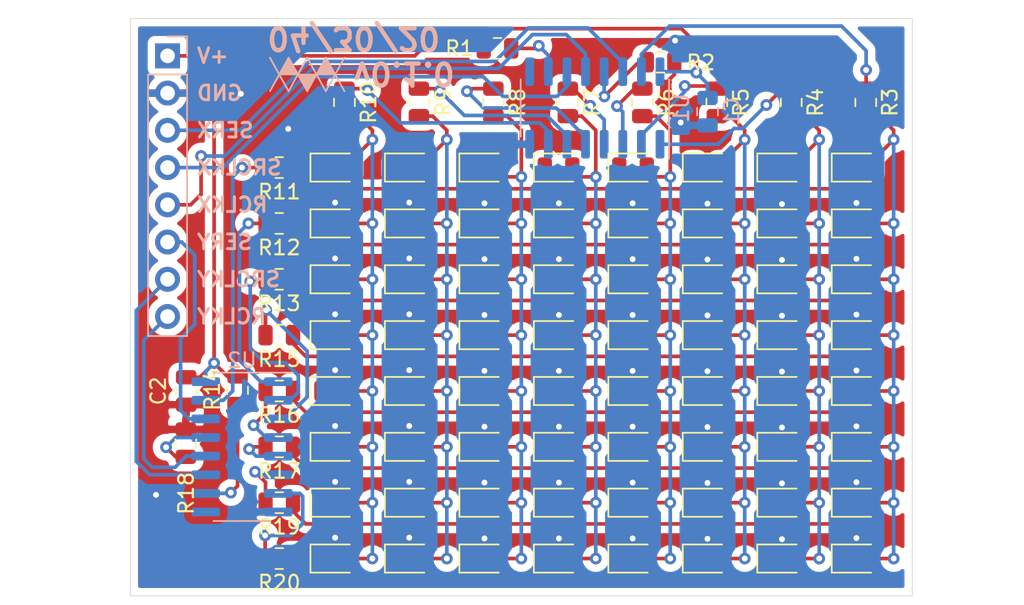
<source format=kicad_pcb>
(kicad_pcb (version 20171130) (host pcbnew "(5.1.2)-1")
  (layers (0 F.Cu signal) (31 B.Cu signal) (34 B.Paste user) (35 F.Paste user) (36 B.SilkS user) (37 F.SilkS user) (38 B.Mask user) (39 F.Mask user) (44 Edge.Cuts user))
  (net 0 "")
  (net 1 /4x4_0-0/X0)
  (net 2 /4x4_0-0/Y0)
  (net 3 /4x4_0-0/X1)
  (net 4 /4x4_0-0/X2)
  (net 5 /4x4_0-0/X3)
  (net 6 /4x4_0-0/Y1)
  (net 7 /4x4_0-0/Y2)
  (net 8 /4x4_0-0/Y3)
  (net 9 /4x4_0-1/Y0)
  (net 10 /4x4_0-1/Y1)
  (net 11 /4x4_0-1/Y2)
  (net 12 /4x4_0-1/Y3)
  (net 13 /4x4_1-0/X0)
  (net 14 /4x4_1-0/X1)
  (net 15 /4x4_1-0/X2)
  (net 16 /4x4_1-0/X3)
  (net 17 RCLKY)
  (net 18 SRCLKY)
  (net 19 SERY)
  (net 20 RCLKX)
  (net 21 SRCLKX)
  (net 22 SERX)
  (net 23 GND)
  (net 24 +5V)
  (net 25 "Net-(R1-Pad2)")
  (net 26 "Net-(R2-Pad2)")
  (net 27 "Net-(R3-Pad1)")
  (net 28 "Net-(R4-Pad1)")
  (net 29 "Net-(R5-Pad1)")
  (net 30 "Net-(R6-Pad1)")
  (net 31 "Net-(R7-Pad1)")
  (net 32 "Net-(R8-Pad1)")
  (net 33 "Net-(R9-Pad1)")
  (net 34 "Net-(R10-Pad1)")
  (net 35 "Net-(R11-Pad2)")
  (net 36 "Net-(R12-Pad2)")
  (net 37 "Net-(R13-Pad2)")
  (net 38 "Net-(R15-Pad2)")
  (net 39 "Net-(R16-Pad2)")
  (net 40 "Net-(R17-Pad2)")
  (net 41 "Net-(R19-Pad2)")
  (net 42 "Net-(R20-Pad2)")
  (net 43 "Net-(R14-Pad2)")
  (net 44 "Net-(R18-Pad2)")
  (module Symbol:Logo_WM (layer B.Cu) (at 85.725 62.23)
    (fp_text reference REF** hide)
    (fp_text value Logo_WM)
  )
  (module Capacitor_SMD:C_0805_2012Metric (layer F.Cu) (at 77.47 83.82 270)
    (fp_text reference C2 (at 0 1.905 270) (layer F.SilkS))
    (fp_text value 10kpF)
    (pad 2 smd roundrect (at 0.9375 0 270) (size 0.975 1.4) (layers F.Cu F.Paste F.Mask) (net 23 GND))
    (pad 1 smd roundrect (at -0.9375 0 270) (size 0.975 1.4) (layers F.Cu F.Paste F.Mask) (net 24 +5V))
  )
  (module Capacitor_SMD:C_0805_2012Metric (layer B.Cu) (at 113.03 64.77 90)
    (fp_text reference C1 (at 0 1.65 90) (layer B.SilkS) (effects (justify mirror)))
    (fp_text value 10kpF)
    (pad 2 smd roundrect (at 0.9375 0 90) (size 0.975 1.4) (layers B.Cu B.Paste B.Mask) (net 24 +5V))
    (pad 1 smd roundrect (at -0.9375 0 90) (size 0.975 1.4) (layers B.Cu B.Paste B.Mask) (net 23 GND))
  )
  (module Package_SO:SOIC-16_3.9x9.9mm_P1.27mm (layer B.Cu) (at 81.28 87.63 180)
    (fp_text reference U2 (at 0 5.9 180) (layer B.SilkS) (effects (justify mirror)))
    (fp_text value 74HC595)
    (pad 16 smd roundrect (at 2.475 4.445 180) (size 1.95 0.6) (layers B.Cu B.Paste B.Mask) (net 24 +5V))
    (pad 15 smd roundrect (at 2.475 3.175 180) (size 1.95 0.6) (layers B.Cu B.Paste B.Mask) (net 35 "Net-(R11-Pad2)"))
    (pad 14 smd roundrect (at 2.475 1.905 180) (size 1.95 0.6) (layers B.Cu B.Paste B.Mask) (net 19 SERY))
    (pad 13 smd roundrect (at 2.475 0.635 180) (size 1.95 0.6) (layers B.Cu B.Paste B.Mask) (net 44 "Net-(R18-Pad2)"))
    (pad 12 smd roundrect (at 2.475 -0.635 180) (size 1.95 0.6) (layers B.Cu B.Paste B.Mask) (net 17 RCLKY))
    (pad 11 smd roundrect (at 2.475 -1.905 180) (size 1.95 0.6) (layers B.Cu B.Paste B.Mask) (net 18 SRCLKY))
    (pad 10 smd roundrect (at 2.475 -3.175 180) (size 1.95 0.6) (layers B.Cu B.Paste B.Mask) (net 43 "Net-(R14-Pad2)"))
    (pad 9 smd roundrect (at 2.475 -4.445 180) (size 1.95 0.6) (layers B.Cu B.Paste B.Mask))
    (pad 8 smd roundrect (at -2.475 -4.445 180) (size 1.95 0.6) (layers B.Cu B.Paste B.Mask) (net 23 GND))
    (pad 7 smd roundrect (at -2.475 -3.175 180) (size 1.95 0.6) (layers B.Cu B.Paste B.Mask) (net 42 "Net-(R20-Pad2)"))
    (pad 6 smd roundrect (at -2.475 -1.905 180) (size 1.95 0.6) (layers B.Cu B.Paste B.Mask) (net 41 "Net-(R19-Pad2)"))
    (pad 5 smd roundrect (at -2.475 -0.635 180) (size 1.95 0.6) (layers B.Cu B.Paste B.Mask) (net 40 "Net-(R17-Pad2)"))
    (pad 4 smd roundrect (at -2.475 0.635 180) (size 1.95 0.6) (layers B.Cu B.Paste B.Mask) (net 39 "Net-(R16-Pad2)"))
    (pad 3 smd roundrect (at -2.475 1.905 180) (size 1.95 0.6) (layers B.Cu B.Paste B.Mask) (net 38 "Net-(R15-Pad2)"))
    (pad 2 smd roundrect (at -2.475 3.175 180) (size 1.95 0.6) (layers B.Cu B.Paste B.Mask) (net 37 "Net-(R13-Pad2)"))
    (pad 1 smd roundrect (at -2.475 4.445 180) (size 1.95 0.6) (layers B.Cu B.Paste B.Mask) (net 36 "Net-(R12-Pad2)"))
  )
  (module Package_SO:SOIC-16_3.9x9.9mm_P1.27mm (layer B.Cu) (at 105.3465 64.516 90)
    (fp_text reference U1 (at 0 5.9 90) (layer B.SilkS) (effects (justify mirror)))
    (fp_text value 74HC595)
    (pad 16 smd roundrect (at 2.475 4.445 90) (size 1.95 0.6) (layers B.Cu B.Paste B.Mask) (net 24 +5V))
    (pad 15 smd roundrect (at 2.475 3.175 90) (size 1.95 0.6) (layers B.Cu B.Paste B.Mask) (net 27 "Net-(R3-Pad1)"))
    (pad 14 smd roundrect (at 2.475 1.905 90) (size 1.95 0.6) (layers B.Cu B.Paste B.Mask) (net 22 SERX))
    (pad 13 smd roundrect (at 2.475 0.635 90) (size 1.95 0.6) (layers B.Cu B.Paste B.Mask) (net 26 "Net-(R2-Pad2)"))
    (pad 12 smd roundrect (at 2.475 -0.635 90) (size 1.95 0.6) (layers B.Cu B.Paste B.Mask) (net 20 RCLKX))
    (pad 11 smd roundrect (at 2.475 -1.905 90) (size 1.95 0.6) (layers B.Cu B.Paste B.Mask) (net 21 SRCLKX))
    (pad 10 smd roundrect (at 2.475 -3.175 90) (size 1.95 0.6) (layers B.Cu B.Paste B.Mask) (net 25 "Net-(R1-Pad2)"))
    (pad 9 smd roundrect (at 2.475 -4.445 90) (size 1.95 0.6) (layers B.Cu B.Paste B.Mask))
    (pad 8 smd roundrect (at -2.475 -4.445 90) (size 1.95 0.6) (layers B.Cu B.Paste B.Mask) (net 23 GND))
    (pad 7 smd roundrect (at -2.475 -3.175 90) (size 1.95 0.6) (layers B.Cu B.Paste B.Mask) (net 34 "Net-(R10-Pad1)"))
    (pad 6 smd roundrect (at -2.475 -1.905 90) (size 1.95 0.6) (layers B.Cu B.Paste B.Mask) (net 33 "Net-(R9-Pad1)"))
    (pad 5 smd roundrect (at -2.475 -0.635 90) (size 1.95 0.6) (layers B.Cu B.Paste B.Mask) (net 32 "Net-(R8-Pad1)"))
    (pad 4 smd roundrect (at -2.475 0.635 90) (size 1.95 0.6) (layers B.Cu B.Paste B.Mask) (net 31 "Net-(R7-Pad1)"))
    (pad 3 smd roundrect (at -2.475 1.905 90) (size 1.95 0.6) (layers B.Cu B.Paste B.Mask) (net 30 "Net-(R6-Pad1)"))
    (pad 2 smd roundrect (at -2.475 3.175 90) (size 1.95 0.6) (layers B.Cu B.Paste B.Mask) (net 29 "Net-(R5-Pad1)"))
    (pad 1 smd roundrect (at -2.475 4.445 90) (size 1.95 0.6) (layers B.Cu B.Paste B.Mask) (net 28 "Net-(R4-Pad1)"))
  )
  (module Resistor_SMD:R_0805_2012Metric (layer F.Cu) (at 83.82 95.25 180)
    (fp_text reference R20 (at 0 -1.65) (layer F.SilkS))
    (fp_text value 330R)
    (pad 2 smd roundrect (at 0.9375 0 180) (size 0.975 1.4) (layers F.Cu F.Paste F.Mask) (net 42 "Net-(R20-Pad2)"))
    (pad 1 smd roundrect (at -0.9375 0 180) (size 0.975 1.4) (layers F.Cu F.Paste F.Mask) (net 12 /4x4_0-1/Y3))
  )
  (module Resistor_SMD:R_0805_2012Metric (layer F.Cu) (at 83.82 91.44 180)
    (fp_text reference R19 (at 0 -1.65) (layer F.SilkS))
    (fp_text value 330R)
    (pad 2 smd roundrect (at 0.9375 0 180) (size 0.975 1.4) (layers F.Cu F.Paste F.Mask) (net 41 "Net-(R19-Pad2)"))
    (pad 1 smd roundrect (at -0.9375 0 180) (size 0.975 1.4) (layers F.Cu F.Paste F.Mask) (net 11 /4x4_0-1/Y2))
  )
  (module Resistor_SMD:R_0805_2012Metric (layer F.Cu) (at 77.4446 87.376 270)
    (fp_text reference R18 (at 3.429 -0.0254 90) (layer F.SilkS))
    (fp_text value 10kR)
    (pad 2 smd roundrect (at 0.9375 0 270) (size 0.975 1.4) (layers F.Cu F.Paste F.Mask) (net 44 "Net-(R18-Pad2)"))
    (pad 1 smd roundrect (at -0.9375 0 270) (size 0.975 1.4) (layers F.Cu F.Paste F.Mask) (net 23 GND))
  )
  (module Resistor_SMD:R_0805_2012Metric (layer F.Cu) (at 83.82 87.63 180)
    (fp_text reference R17 (at 0 -1.65) (layer F.SilkS))
    (fp_text value 330R)
    (pad 2 smd roundrect (at 0.9375 0 180) (size 0.975 1.4) (layers F.Cu F.Paste F.Mask) (net 40 "Net-(R17-Pad2)"))
    (pad 1 smd roundrect (at -0.9375 0 180) (size 0.975 1.4) (layers F.Cu F.Paste F.Mask) (net 10 /4x4_0-1/Y1))
  )
  (module Resistor_SMD:R_0805_2012Metric (layer F.Cu) (at 83.82 83.82 180)
    (fp_text reference R16 (at 0 -1.65) (layer F.SilkS))
    (fp_text value 330R)
    (pad 2 smd roundrect (at 0.9375 0 180) (size 0.975 1.4) (layers F.Cu F.Paste F.Mask) (net 39 "Net-(R16-Pad2)"))
    (pad 1 smd roundrect (at -0.9375 0 180) (size 0.975 1.4) (layers F.Cu F.Paste F.Mask) (net 9 /4x4_0-1/Y0))
  )
  (module Resistor_SMD:R_0805_2012Metric (layer F.Cu) (at 83.82 80.01 180)
    (fp_text reference R15 (at 0 -1.65) (layer F.SilkS))
    (fp_text value 330R)
    (pad 2 smd roundrect (at 0.9375 0 180) (size 0.975 1.4) (layers F.Cu F.Paste F.Mask) (net 38 "Net-(R15-Pad2)"))
    (pad 1 smd roundrect (at -0.9375 0 180) (size 0.975 1.4) (layers F.Cu F.Paste F.Mask) (net 8 /4x4_0-0/Y3))
  )
  (module Resistor_SMD:R_0805_2012Metric (layer F.Cu) (at 80.9752 83.7692 270)
    (fp_text reference R14 (at -0.0508 1.7272 90) (layer F.SilkS))
    (fp_text value 10kR)
    (pad 2 smd roundrect (at 0.9375 0 270) (size 0.975 1.4) (layers F.Cu F.Paste F.Mask) (net 43 "Net-(R14-Pad2)"))
    (pad 1 smd roundrect (at -0.9375 0 270) (size 0.975 1.4) (layers F.Cu F.Paste F.Mask) (net 24 +5V))
  )
  (module Resistor_SMD:R_0805_2012Metric (layer F.Cu) (at 83.82 76.2 180)
    (fp_text reference R13 (at 0 -1.65) (layer F.SilkS))
    (fp_text value 330R)
    (pad 2 smd roundrect (at 0.9375 0 180) (size 0.975 1.4) (layers F.Cu F.Paste F.Mask) (net 37 "Net-(R13-Pad2)"))
    (pad 1 smd roundrect (at -0.9375 0 180) (size 0.975 1.4) (layers F.Cu F.Paste F.Mask) (net 7 /4x4_0-0/Y2))
  )
  (module Resistor_SMD:R_0805_2012Metric (layer F.Cu) (at 83.82 72.39 180)
    (fp_text reference R12 (at 0 -1.65) (layer F.SilkS))
    (fp_text value 330R)
    (pad 2 smd roundrect (at 0.9375 0 180) (size 0.975 1.4) (layers F.Cu F.Paste F.Mask) (net 36 "Net-(R12-Pad2)"))
    (pad 1 smd roundrect (at -0.9375 0 180) (size 0.975 1.4) (layers F.Cu F.Paste F.Mask) (net 6 /4x4_0-0/Y1))
  )
  (module Resistor_SMD:R_0805_2012Metric (layer F.Cu) (at 83.82 68.58 180)
    (fp_text reference R11 (at 0 -1.65) (layer F.SilkS))
    (fp_text value 330R)
    (pad 2 smd roundrect (at 0.9375 0 180) (size 0.975 1.4) (layers F.Cu F.Paste F.Mask) (net 35 "Net-(R11-Pad2)"))
    (pad 1 smd roundrect (at -0.9375 0 180) (size 0.975 1.4) (layers F.Cu F.Paste F.Mask) (net 2 /4x4_0-0/Y0))
  )
  (module Resistor_SMD:R_0805_2012Metric (layer F.Cu) (at 88.265 64.135 270)
    (fp_text reference R10 (at 0 -1.65 90) (layer F.SilkS))
    (fp_text value 330R)
    (pad 2 smd roundrect (at 0.9375 0 270) (size 0.975 1.4) (layers F.Cu F.Paste F.Mask) (net 16 /4x4_1-0/X3))
    (pad 1 smd roundrect (at -0.9375 0 270) (size 0.975 1.4) (layers F.Cu F.Paste F.Mask) (net 34 "Net-(R10-Pad1)"))
  )
  (module Resistor_SMD:R_0805_2012Metric (layer F.Cu) (at 93.345 64.135 270)
    (fp_text reference R9 (at 0 -1.65 90) (layer F.SilkS))
    (fp_text value 330R)
    (pad 2 smd roundrect (at 0.9375 0 270) (size 0.975 1.4) (layers F.Cu F.Paste F.Mask) (net 15 /4x4_1-0/X2))
    (pad 1 smd roundrect (at -0.9375 0 270) (size 0.975 1.4) (layers F.Cu F.Paste F.Mask) (net 33 "Net-(R9-Pad1)"))
  )
  (module Resistor_SMD:R_0805_2012Metric (layer F.Cu) (at 98.425 64.135 270)
    (fp_text reference R8 (at 0 -1.65 90) (layer F.SilkS))
    (fp_text value 330R)
    (pad 2 smd roundrect (at 0.9375 0 270) (size 0.975 1.4) (layers F.Cu F.Paste F.Mask) (net 14 /4x4_1-0/X1))
    (pad 1 smd roundrect (at -0.9375 0 270) (size 0.975 1.4) (layers F.Cu F.Paste F.Mask) (net 32 "Net-(R8-Pad1)"))
  )
  (module Resistor_SMD:R_0805_2012Metric (layer F.Cu) (at 103.505 64.135 270)
    (fp_text reference R7 (at 0 -1.65 90) (layer F.SilkS))
    (fp_text value 330R)
    (pad 2 smd roundrect (at 0.9375 0 270) (size 0.975 1.4) (layers F.Cu F.Paste F.Mask) (net 13 /4x4_1-0/X0))
    (pad 1 smd roundrect (at -0.9375 0 270) (size 0.975 1.4) (layers F.Cu F.Paste F.Mask) (net 31 "Net-(R7-Pad1)"))
  )
  (module Resistor_SMD:R_0805_2012Metric (layer F.Cu) (at 108.585 64.135 270)
    (fp_text reference R6 (at 0 -1.65 90) (layer F.SilkS))
    (fp_text value 330R)
    (pad 2 smd roundrect (at 0.9375 0 270) (size 0.975 1.4) (layers F.Cu F.Paste F.Mask) (net 5 /4x4_0-0/X3))
    (pad 1 smd roundrect (at -0.9375 0 270) (size 0.975 1.4) (layers F.Cu F.Paste F.Mask) (net 30 "Net-(R6-Pad1)"))
  )
  (module Resistor_SMD:R_0805_2012Metric (layer F.Cu) (at 113.665 64.135 270)
    (fp_text reference R5 (at 0 -1.65 90) (layer F.SilkS))
    (fp_text value 330R)
    (pad 2 smd roundrect (at 0.9375 0 270) (size 0.975 1.4) (layers F.Cu F.Paste F.Mask) (net 4 /4x4_0-0/X2))
    (pad 1 smd roundrect (at -0.9375 0 270) (size 0.975 1.4) (layers F.Cu F.Paste F.Mask) (net 29 "Net-(R5-Pad1)"))
  )
  (module Resistor_SMD:R_0805_2012Metric (layer F.Cu) (at 118.745 64.135 270)
    (fp_text reference R4 (at 0 -1.65 90) (layer F.SilkS))
    (fp_text value 330R)
    (pad 2 smd roundrect (at 0.9375 0 270) (size 0.975 1.4) (layers F.Cu F.Paste F.Mask) (net 3 /4x4_0-0/X1))
    (pad 1 smd roundrect (at -0.9375 0 270) (size 0.975 1.4) (layers F.Cu F.Paste F.Mask) (net 28 "Net-(R4-Pad1)"))
  )
  (module Resistor_SMD:R_0805_2012Metric (layer F.Cu) (at 123.825 64.135 270)
    (fp_text reference R3 (at 0 -1.65 90) (layer F.SilkS))
    (fp_text value 330R)
    (pad 2 smd roundrect (at 0.9375 0 270) (size 0.975 1.4) (layers F.Cu F.Paste F.Mask) (net 1 /4x4_0-0/X0))
    (pad 1 smd roundrect (at -0.9375 0 270) (size 0.975 1.4) (layers F.Cu F.Paste F.Mask) (net 27 "Net-(R3-Pad1)"))
  )
  (module Resistor_SMD:R_0805_2012Metric (layer F.Cu) (at 109.8296 61.3918 180)
    (fp_text reference R2 (at -2.7432 -0.0254) (layer F.SilkS))
    (fp_text value 10kR)
    (pad 2 smd roundrect (at 0.9375 0 180) (size 0.975 1.4) (layers F.Cu F.Paste F.Mask) (net 26 "Net-(R2-Pad2)"))
    (pad 1 smd roundrect (at -0.9375 0 180) (size 0.975 1.4) (layers F.Cu F.Paste F.Mask) (net 23 GND))
  )
  (module Resistor_SMD:R_0805_2012Metric (layer F.Cu) (at 98.7044 60.452)
    (fp_text reference R1 (at -2.5908 0) (layer F.SilkS))
    (fp_text value 10kR)
    (pad 2 smd roundrect (at 0.9375 0) (size 0.975 1.4) (layers F.Cu F.Paste F.Mask) (net 25 "Net-(R1-Pad2)"))
    (pad 1 smd roundrect (at -0.9375 0) (size 0.975 1.4) (layers F.Cu F.Paste F.Mask) (net 24 +5V))
  )
  (module Connector_PinHeader_2.54mm:PinHeader_1x08_P2.54mm_Vertical (layer B.Cu) (at 76.2 60.96 180)
    (fp_text reference J1 hide)
    (fp_text value Conn_01x08)
    (pad 8 thru_hole oval (at 0 -17.78 180) (size 1.7 1.7) (drill 1) (layers *.Cu *.Mask) (net 17 RCLKY))
    (pad 7 thru_hole oval (at 0 -15.24 180) (size 1.7 1.7) (drill 1) (layers *.Cu *.Mask) (net 18 SRCLKY))
    (pad 6 thru_hole oval (at 0 -12.7 180) (size 1.7 1.7) (drill 1) (layers *.Cu *.Mask) (net 19 SERY))
    (pad 5 thru_hole oval (at 0 -10.16 180) (size 1.7 1.7) (drill 1) (layers *.Cu *.Mask) (net 20 RCLKX))
    (pad 4 thru_hole oval (at 0 -7.62 180) (size 1.7 1.7) (drill 1) (layers *.Cu *.Mask) (net 21 SRCLKX))
    (pad 3 thru_hole oval (at 0 -5.08 180) (size 1.7 1.7) (drill 1) (layers *.Cu *.Mask) (net 22 SERX))
    (pad 2 thru_hole oval (at 0 -2.54 180) (size 1.7 1.7) (drill 1) (layers *.Cu *.Mask) (net 23 GND))
    (pad 1 thru_hole rect (at 0 0 180) (size 1.7 1.7) (drill 1) (layers *.Cu *.Mask) (net 24 +5V))
  )
  (module LED_SMD:LED_0805_2012Metric (layer F.Cu) (at 87.63 95.25)
    (fp_text reference D124 hide)
    (fp_text value LED)
    (pad 2 smd roundrect (at 0.9375 0) (size 0.975 1.4) (layers F.Cu F.Paste F.Mask) (net 16 /4x4_1-0/X3))
    (pad 1 smd roundrect (at -0.9375 0) (size 0.975 1.4) (layers F.Cu F.Paste F.Mask) (net 12 /4x4_0-1/Y3))
  )
  (module LED_SMD:LED_0805_2012Metric (layer F.Cu) (at 92.71 95.25)
    (fp_text reference D123 hide)
    (fp_text value LED)
    (pad 2 smd roundrect (at 0.9375 0) (size 0.975 1.4) (layers F.Cu F.Paste F.Mask) (net 15 /4x4_1-0/X2))
    (pad 1 smd roundrect (at -0.9375 0) (size 0.975 1.4) (layers F.Cu F.Paste F.Mask) (net 12 /4x4_0-1/Y3))
  )
  (module LED_SMD:LED_0805_2012Metric (layer F.Cu) (at 97.79 95.25)
    (fp_text reference D122 hide)
    (fp_text value LED)
    (pad 2 smd roundrect (at 0.9375 0) (size 0.975 1.4) (layers F.Cu F.Paste F.Mask) (net 14 /4x4_1-0/X1))
    (pad 1 smd roundrect (at -0.9375 0) (size 0.975 1.4) (layers F.Cu F.Paste F.Mask) (net 12 /4x4_0-1/Y3))
  )
  (module LED_SMD:LED_0805_2012Metric (layer F.Cu) (at 102.87 95.25)
    (fp_text reference D121 hide)
    (fp_text value LED)
    (pad 2 smd roundrect (at 0.9375 0) (size 0.975 1.4) (layers F.Cu F.Paste F.Mask) (net 13 /4x4_1-0/X0))
    (pad 1 smd roundrect (at -0.9375 0) (size 0.975 1.4) (layers F.Cu F.Paste F.Mask) (net 12 /4x4_0-1/Y3))
  )
  (module LED_SMD:LED_0805_2012Metric (layer F.Cu) (at 87.63 91.44)
    (fp_text reference D116 hide)
    (fp_text value LED)
    (pad 2 smd roundrect (at 0.9375 0) (size 0.975 1.4) (layers F.Cu F.Paste F.Mask) (net 16 /4x4_1-0/X3))
    (pad 1 smd roundrect (at -0.9375 0) (size 0.975 1.4) (layers F.Cu F.Paste F.Mask) (net 11 /4x4_0-1/Y2))
  )
  (module LED_SMD:LED_0805_2012Metric (layer F.Cu) (at 92.71 91.44)
    (fp_text reference D115 hide)
    (fp_text value LED)
    (pad 2 smd roundrect (at 0.9375 0) (size 0.975 1.4) (layers F.Cu F.Paste F.Mask) (net 15 /4x4_1-0/X2))
    (pad 1 smd roundrect (at -0.9375 0) (size 0.975 1.4) (layers F.Cu F.Paste F.Mask) (net 11 /4x4_0-1/Y2))
  )
  (module LED_SMD:LED_0805_2012Metric (layer F.Cu) (at 97.79 91.44)
    (fp_text reference D114 hide)
    (fp_text value LED)
    (pad 2 smd roundrect (at 0.9375 0) (size 0.975 1.4) (layers F.Cu F.Paste F.Mask) (net 14 /4x4_1-0/X1))
    (pad 1 smd roundrect (at -0.9375 0) (size 0.975 1.4) (layers F.Cu F.Paste F.Mask) (net 11 /4x4_0-1/Y2))
  )
  (module LED_SMD:LED_0805_2012Metric (layer F.Cu) (at 102.87 91.44)
    (fp_text reference D113 hide)
    (fp_text value LED)
    (pad 2 smd roundrect (at 0.9375 0) (size 0.975 1.4) (layers F.Cu F.Paste F.Mask) (net 13 /4x4_1-0/X0))
    (pad 1 smd roundrect (at -0.9375 0) (size 0.975 1.4) (layers F.Cu F.Paste F.Mask) (net 11 /4x4_0-1/Y2))
  )
  (module LED_SMD:LED_0805_2012Metric (layer F.Cu) (at 87.63 87.63)
    (fp_text reference D108 hide)
    (fp_text value LED)
    (pad 2 smd roundrect (at 0.9375 0) (size 0.975 1.4) (layers F.Cu F.Paste F.Mask) (net 16 /4x4_1-0/X3))
    (pad 1 smd roundrect (at -0.9375 0) (size 0.975 1.4) (layers F.Cu F.Paste F.Mask) (net 10 /4x4_0-1/Y1))
  )
  (module LED_SMD:LED_0805_2012Metric (layer F.Cu) (at 92.71 87.63)
    (fp_text reference D107 hide)
    (fp_text value LED)
    (pad 2 smd roundrect (at 0.9375 0) (size 0.975 1.4) (layers F.Cu F.Paste F.Mask) (net 15 /4x4_1-0/X2))
    (pad 1 smd roundrect (at -0.9375 0) (size 0.975 1.4) (layers F.Cu F.Paste F.Mask) (net 10 /4x4_0-1/Y1))
  )
  (module LED_SMD:LED_0805_2012Metric (layer F.Cu) (at 97.79 87.63)
    (fp_text reference D106 hide)
    (fp_text value LED)
    (pad 2 smd roundrect (at 0.9375 0) (size 0.975 1.4) (layers F.Cu F.Paste F.Mask) (net 14 /4x4_1-0/X1))
    (pad 1 smd roundrect (at -0.9375 0) (size 0.975 1.4) (layers F.Cu F.Paste F.Mask) (net 10 /4x4_0-1/Y1))
  )
  (module LED_SMD:LED_0805_2012Metric (layer F.Cu) (at 102.87 87.63)
    (fp_text reference D105 hide)
    (fp_text value LED)
    (pad 2 smd roundrect (at 0.9375 0) (size 0.975 1.4) (layers F.Cu F.Paste F.Mask) (net 13 /4x4_1-0/X0))
    (pad 1 smd roundrect (at -0.9375 0) (size 0.975 1.4) (layers F.Cu F.Paste F.Mask) (net 10 /4x4_0-1/Y1))
  )
  (module LED_SMD:LED_0805_2012Metric (layer F.Cu) (at 87.63 83.82)
    (fp_text reference D100 hide)
    (fp_text value LED)
    (pad 2 smd roundrect (at 0.9375 0) (size 0.975 1.4) (layers F.Cu F.Paste F.Mask) (net 16 /4x4_1-0/X3))
    (pad 1 smd roundrect (at -0.9375 0) (size 0.975 1.4) (layers F.Cu F.Paste F.Mask) (net 9 /4x4_0-1/Y0))
  )
  (module LED_SMD:LED_0805_2012Metric (layer F.Cu) (at 92.71 83.82)
    (fp_text reference D99 hide)
    (fp_text value LED)
    (pad 2 smd roundrect (at 0.9375 0) (size 0.975 1.4) (layers F.Cu F.Paste F.Mask) (net 15 /4x4_1-0/X2))
    (pad 1 smd roundrect (at -0.9375 0) (size 0.975 1.4) (layers F.Cu F.Paste F.Mask) (net 9 /4x4_0-1/Y0))
  )
  (module LED_SMD:LED_0805_2012Metric (layer F.Cu) (at 97.79 83.82)
    (fp_text reference D98 hide)
    (fp_text value LED)
    (pad 2 smd roundrect (at 0.9375 0) (size 0.975 1.4) (layers F.Cu F.Paste F.Mask) (net 14 /4x4_1-0/X1))
    (pad 1 smd roundrect (at -0.9375 0) (size 0.975 1.4) (layers F.Cu F.Paste F.Mask) (net 9 /4x4_0-1/Y0))
  )
  (module LED_SMD:LED_0805_2012Metric (layer F.Cu) (at 102.87 83.82)
    (fp_text reference D97 hide)
    (fp_text value LED)
    (pad 2 smd roundrect (at 0.9375 0) (size 0.975 1.4) (layers F.Cu F.Paste F.Mask) (net 13 /4x4_1-0/X0))
    (pad 1 smd roundrect (at -0.9375 0) (size 0.975 1.4) (layers F.Cu F.Paste F.Mask) (net 9 /4x4_0-1/Y0))
  )
  (module LED_SMD:LED_0805_2012Metric (layer F.Cu) (at 87.63 80.01)
    (fp_text reference D92 hide)
    (fp_text value LED)
    (pad 2 smd roundrect (at 0.9375 0) (size 0.975 1.4) (layers F.Cu F.Paste F.Mask) (net 16 /4x4_1-0/X3))
    (pad 1 smd roundrect (at -0.9375 0) (size 0.975 1.4) (layers F.Cu F.Paste F.Mask) (net 8 /4x4_0-0/Y3))
  )
  (module LED_SMD:LED_0805_2012Metric (layer F.Cu) (at 92.71 80.01)
    (fp_text reference D91 hide)
    (fp_text value LED)
    (pad 2 smd roundrect (at 0.9375 0) (size 0.975 1.4) (layers F.Cu F.Paste F.Mask) (net 15 /4x4_1-0/X2))
    (pad 1 smd roundrect (at -0.9375 0) (size 0.975 1.4) (layers F.Cu F.Paste F.Mask) (net 8 /4x4_0-0/Y3))
  )
  (module LED_SMD:LED_0805_2012Metric (layer F.Cu) (at 97.79 80.01)
    (fp_text reference D90 hide)
    (fp_text value LED)
    (pad 2 smd roundrect (at 0.9375 0) (size 0.975 1.4) (layers F.Cu F.Paste F.Mask) (net 14 /4x4_1-0/X1))
    (pad 1 smd roundrect (at -0.9375 0) (size 0.975 1.4) (layers F.Cu F.Paste F.Mask) (net 8 /4x4_0-0/Y3))
  )
  (module LED_SMD:LED_0805_2012Metric (layer F.Cu) (at 102.87 80.01)
    (fp_text reference D89 hide)
    (fp_text value LED)
    (pad 2 smd roundrect (at 0.9375 0) (size 0.975 1.4) (layers F.Cu F.Paste F.Mask) (net 13 /4x4_1-0/X0))
    (pad 1 smd roundrect (at -0.9375 0) (size 0.975 1.4) (layers F.Cu F.Paste F.Mask) (net 8 /4x4_0-0/Y3))
  )
  (module LED_SMD:LED_0805_2012Metric (layer F.Cu) (at 87.63 76.2)
    (fp_text reference D84 hide)
    (fp_text value LED)
    (pad 2 smd roundrect (at 0.9375 0) (size 0.975 1.4) (layers F.Cu F.Paste F.Mask) (net 16 /4x4_1-0/X3))
    (pad 1 smd roundrect (at -0.9375 0) (size 0.975 1.4) (layers F.Cu F.Paste F.Mask) (net 7 /4x4_0-0/Y2))
  )
  (module LED_SMD:LED_0805_2012Metric (layer F.Cu) (at 92.71 76.2)
    (fp_text reference D83 hide)
    (fp_text value LED)
    (pad 2 smd roundrect (at 0.9375 0) (size 0.975 1.4) (layers F.Cu F.Paste F.Mask) (net 15 /4x4_1-0/X2))
    (pad 1 smd roundrect (at -0.9375 0) (size 0.975 1.4) (layers F.Cu F.Paste F.Mask) (net 7 /4x4_0-0/Y2))
  )
  (module LED_SMD:LED_0805_2012Metric (layer F.Cu) (at 97.79 76.2)
    (fp_text reference D82 hide)
    (fp_text value LED)
    (pad 2 smd roundrect (at 0.9375 0) (size 0.975 1.4) (layers F.Cu F.Paste F.Mask) (net 14 /4x4_1-0/X1))
    (pad 1 smd roundrect (at -0.9375 0) (size 0.975 1.4) (layers F.Cu F.Paste F.Mask) (net 7 /4x4_0-0/Y2))
  )
  (module LED_SMD:LED_0805_2012Metric (layer F.Cu) (at 102.87 76.2)
    (fp_text reference D81 hide)
    (fp_text value LED)
    (pad 2 smd roundrect (at 0.9375 0) (size 0.975 1.4) (layers F.Cu F.Paste F.Mask) (net 13 /4x4_1-0/X0))
    (pad 1 smd roundrect (at -0.9375 0) (size 0.975 1.4) (layers F.Cu F.Paste F.Mask) (net 7 /4x4_0-0/Y2))
  )
  (module LED_SMD:LED_0805_2012Metric (layer F.Cu) (at 87.63 72.39)
    (fp_text reference D76 hide)
    (fp_text value LED)
    (pad 2 smd roundrect (at 0.9375 0) (size 0.975 1.4) (layers F.Cu F.Paste F.Mask) (net 16 /4x4_1-0/X3))
    (pad 1 smd roundrect (at -0.9375 0) (size 0.975 1.4) (layers F.Cu F.Paste F.Mask) (net 6 /4x4_0-0/Y1))
  )
  (module LED_SMD:LED_0805_2012Metric (layer F.Cu) (at 92.71 72.39)
    (fp_text reference D75 hide)
    (fp_text value LED)
    (pad 2 smd roundrect (at 0.9375 0) (size 0.975 1.4) (layers F.Cu F.Paste F.Mask) (net 15 /4x4_1-0/X2))
    (pad 1 smd roundrect (at -0.9375 0) (size 0.975 1.4) (layers F.Cu F.Paste F.Mask) (net 6 /4x4_0-0/Y1))
  )
  (module LED_SMD:LED_0805_2012Metric (layer F.Cu) (at 97.79 72.39)
    (fp_text reference D74 hide)
    (fp_text value LED)
    (pad 2 smd roundrect (at 0.9375 0) (size 0.975 1.4) (layers F.Cu F.Paste F.Mask) (net 14 /4x4_1-0/X1))
    (pad 1 smd roundrect (at -0.9375 0) (size 0.975 1.4) (layers F.Cu F.Paste F.Mask) (net 6 /4x4_0-0/Y1))
  )
  (module LED_SMD:LED_0805_2012Metric (layer F.Cu) (at 102.87 72.39)
    (fp_text reference D73 hide)
    (fp_text value LED)
    (pad 2 smd roundrect (at 0.9375 0) (size 0.975 1.4) (layers F.Cu F.Paste F.Mask) (net 13 /4x4_1-0/X0))
    (pad 1 smd roundrect (at -0.9375 0) (size 0.975 1.4) (layers F.Cu F.Paste F.Mask) (net 6 /4x4_0-0/Y1))
  )
  (module LED_SMD:LED_0805_2012Metric (layer F.Cu) (at 87.63 68.58)
    (fp_text reference D68 hide)
    (fp_text value LED)
    (pad 2 smd roundrect (at 0.9375 0) (size 0.975 1.4) (layers F.Cu F.Paste F.Mask) (net 16 /4x4_1-0/X3))
    (pad 1 smd roundrect (at -0.9375 0) (size 0.975 1.4) (layers F.Cu F.Paste F.Mask) (net 2 /4x4_0-0/Y0))
  )
  (module LED_SMD:LED_0805_2012Metric (layer F.Cu) (at 92.71 68.58)
    (fp_text reference D67 hide)
    (fp_text value LED)
    (pad 2 smd roundrect (at 0.9375 0) (size 0.975 1.4) (layers F.Cu F.Paste F.Mask) (net 15 /4x4_1-0/X2))
    (pad 1 smd roundrect (at -0.9375 0) (size 0.975 1.4) (layers F.Cu F.Paste F.Mask) (net 2 /4x4_0-0/Y0))
  )
  (module LED_SMD:LED_0805_2012Metric (layer F.Cu) (at 97.79 68.58)
    (fp_text reference D66 hide)
    (fp_text value LED)
    (pad 2 smd roundrect (at 0.9375 0) (size 0.975 1.4) (layers F.Cu F.Paste F.Mask) (net 14 /4x4_1-0/X1))
    (pad 1 smd roundrect (at -0.9375 0) (size 0.975 1.4) (layers F.Cu F.Paste F.Mask) (net 2 /4x4_0-0/Y0))
  )
  (module LED_SMD:LED_0805_2012Metric (layer F.Cu) (at 102.87 68.58)
    (fp_text reference D65 hide)
    (fp_text value LED)
    (pad 2 smd roundrect (at 0.9375 0) (size 0.975 1.4) (layers F.Cu F.Paste F.Mask) (net 13 /4x4_1-0/X0))
    (pad 1 smd roundrect (at -0.9375 0) (size 0.975 1.4) (layers F.Cu F.Paste F.Mask) (net 2 /4x4_0-0/Y0))
  )
  (module LED_SMD:LED_0805_2012Metric (layer F.Cu) (at 107.95 95.25)
    (fp_text reference D60 hide)
    (fp_text value LED)
    (pad 2 smd roundrect (at 0.9375 0) (size 0.975 1.4) (layers F.Cu F.Paste F.Mask) (net 5 /4x4_0-0/X3))
    (pad 1 smd roundrect (at -0.9375 0) (size 0.975 1.4) (layers F.Cu F.Paste F.Mask) (net 12 /4x4_0-1/Y3))
  )
  (module LED_SMD:LED_0805_2012Metric (layer F.Cu) (at 113.03 95.25)
    (fp_text reference D59 hide)
    (fp_text value LED)
    (pad 2 smd roundrect (at 0.9375 0) (size 0.975 1.4) (layers F.Cu F.Paste F.Mask) (net 4 /4x4_0-0/X2))
    (pad 1 smd roundrect (at -0.9375 0) (size 0.975 1.4) (layers F.Cu F.Paste F.Mask) (net 12 /4x4_0-1/Y3))
  )
  (module LED_SMD:LED_0805_2012Metric (layer F.Cu) (at 118.11 95.25)
    (fp_text reference D58 hide)
    (fp_text value LED)
    (pad 2 smd roundrect (at 0.9375 0) (size 0.975 1.4) (layers F.Cu F.Paste F.Mask) (net 3 /4x4_0-0/X1))
    (pad 1 smd roundrect (at -0.9375 0) (size 0.975 1.4) (layers F.Cu F.Paste F.Mask) (net 12 /4x4_0-1/Y3))
  )
  (module LED_SMD:LED_0805_2012Metric (layer F.Cu) (at 123.19 95.25)
    (fp_text reference D57 hide)
    (fp_text value LED)
    (pad 2 smd roundrect (at 0.9375 0) (size 0.975 1.4) (layers F.Cu F.Paste F.Mask) (net 1 /4x4_0-0/X0))
    (pad 1 smd roundrect (at -0.9375 0) (size 0.975 1.4) (layers F.Cu F.Paste F.Mask) (net 12 /4x4_0-1/Y3))
  )
  (module LED_SMD:LED_0805_2012Metric (layer F.Cu) (at 107.95 91.44)
    (fp_text reference D52 hide)
    (fp_text value LED)
    (pad 2 smd roundrect (at 0.9375 0) (size 0.975 1.4) (layers F.Cu F.Paste F.Mask) (net 5 /4x4_0-0/X3))
    (pad 1 smd roundrect (at -0.9375 0) (size 0.975 1.4) (layers F.Cu F.Paste F.Mask) (net 11 /4x4_0-1/Y2))
  )
  (module LED_SMD:LED_0805_2012Metric (layer F.Cu) (at 113.03 91.44)
    (fp_text reference D51 hide)
    (fp_text value LED)
    (pad 2 smd roundrect (at 0.9375 0) (size 0.975 1.4) (layers F.Cu F.Paste F.Mask) (net 4 /4x4_0-0/X2))
    (pad 1 smd roundrect (at -0.9375 0) (size 0.975 1.4) (layers F.Cu F.Paste F.Mask) (net 11 /4x4_0-1/Y2))
  )
  (module LED_SMD:LED_0805_2012Metric (layer F.Cu) (at 118.11 91.44)
    (fp_text reference D50 hide)
    (fp_text value LED)
    (pad 2 smd roundrect (at 0.9375 0) (size 0.975 1.4) (layers F.Cu F.Paste F.Mask) (net 3 /4x4_0-0/X1))
    (pad 1 smd roundrect (at -0.9375 0) (size 0.975 1.4) (layers F.Cu F.Paste F.Mask) (net 11 /4x4_0-1/Y2))
  )
  (module LED_SMD:LED_0805_2012Metric (layer F.Cu) (at 123.19 91.44)
    (fp_text reference D49 hide)
    (fp_text value LED)
    (pad 2 smd roundrect (at 0.9375 0) (size 0.975 1.4) (layers F.Cu F.Paste F.Mask) (net 1 /4x4_0-0/X0))
    (pad 1 smd roundrect (at -0.9375 0) (size 0.975 1.4) (layers F.Cu F.Paste F.Mask) (net 11 /4x4_0-1/Y2))
  )
  (module LED_SMD:LED_0805_2012Metric (layer F.Cu) (at 107.95 87.63)
    (fp_text reference D44 hide)
    (fp_text value LED)
    (pad 2 smd roundrect (at 0.9375 0) (size 0.975 1.4) (layers F.Cu F.Paste F.Mask) (net 5 /4x4_0-0/X3))
    (pad 1 smd roundrect (at -0.9375 0) (size 0.975 1.4) (layers F.Cu F.Paste F.Mask) (net 10 /4x4_0-1/Y1))
  )
  (module LED_SMD:LED_0805_2012Metric (layer F.Cu) (at 113.03 87.63)
    (fp_text reference D43 hide)
    (fp_text value LED)
    (pad 2 smd roundrect (at 0.9375 0) (size 0.975 1.4) (layers F.Cu F.Paste F.Mask) (net 4 /4x4_0-0/X2))
    (pad 1 smd roundrect (at -0.9375 0) (size 0.975 1.4) (layers F.Cu F.Paste F.Mask) (net 10 /4x4_0-1/Y1))
  )
  (module LED_SMD:LED_0805_2012Metric (layer F.Cu) (at 118.11 87.63)
    (fp_text reference D42 hide)
    (fp_text value LED)
    (pad 2 smd roundrect (at 0.9375 0) (size 0.975 1.4) (layers F.Cu F.Paste F.Mask) (net 3 /4x4_0-0/X1))
    (pad 1 smd roundrect (at -0.9375 0) (size 0.975 1.4) (layers F.Cu F.Paste F.Mask) (net 10 /4x4_0-1/Y1))
  )
  (module LED_SMD:LED_0805_2012Metric (layer F.Cu) (at 123.19 87.63)
    (fp_text reference D41 hide)
    (fp_text value LED)
    (pad 2 smd roundrect (at 0.9375 0) (size 0.975 1.4) (layers F.Cu F.Paste F.Mask) (net 1 /4x4_0-0/X0))
    (pad 1 smd roundrect (at -0.9375 0) (size 0.975 1.4) (layers F.Cu F.Paste F.Mask) (net 10 /4x4_0-1/Y1))
  )
  (module LED_SMD:LED_0805_2012Metric (layer F.Cu) (at 107.95 83.82)
    (fp_text reference D36 hide)
    (fp_text value LED)
    (pad 2 smd roundrect (at 0.9375 0) (size 0.975 1.4) (layers F.Cu F.Paste F.Mask) (net 5 /4x4_0-0/X3))
    (pad 1 smd roundrect (at -0.9375 0) (size 0.975 1.4) (layers F.Cu F.Paste F.Mask) (net 9 /4x4_0-1/Y0))
  )
  (module LED_SMD:LED_0805_2012Metric (layer F.Cu) (at 113.03 83.82)
    (fp_text reference D35 hide)
    (fp_text value LED)
    (pad 2 smd roundrect (at 0.9375 0) (size 0.975 1.4) (layers F.Cu F.Paste F.Mask) (net 4 /4x4_0-0/X2))
    (pad 1 smd roundrect (at -0.9375 0) (size 0.975 1.4) (layers F.Cu F.Paste F.Mask) (net 9 /4x4_0-1/Y0))
  )
  (module LED_SMD:LED_0805_2012Metric (layer F.Cu) (at 118.11 83.82)
    (fp_text reference D34 hide)
    (fp_text value LED)
    (pad 2 smd roundrect (at 0.9375 0) (size 0.975 1.4) (layers F.Cu F.Paste F.Mask) (net 3 /4x4_0-0/X1))
    (pad 1 smd roundrect (at -0.9375 0) (size 0.975 1.4) (layers F.Cu F.Paste F.Mask) (net 9 /4x4_0-1/Y0))
  )
  (module LED_SMD:LED_0805_2012Metric (layer F.Cu) (at 123.19 83.82)
    (fp_text reference D33 hide)
    (fp_text value LED)
    (pad 2 smd roundrect (at 0.9375 0) (size 0.975 1.4) (layers F.Cu F.Paste F.Mask) (net 1 /4x4_0-0/X0))
    (pad 1 smd roundrect (at -0.9375 0) (size 0.975 1.4) (layers F.Cu F.Paste F.Mask) (net 9 /4x4_0-1/Y0))
  )
  (module LED_SMD:LED_0805_2012Metric (layer F.Cu) (at 107.95 80.01)
    (fp_text reference D28 hide)
    (fp_text value LED)
    (pad 2 smd roundrect (at 0.9375 0) (size 0.975 1.4) (layers F.Cu F.Paste F.Mask) (net 5 /4x4_0-0/X3))
    (pad 1 smd roundrect (at -0.9375 0) (size 0.975 1.4) (layers F.Cu F.Paste F.Mask) (net 8 /4x4_0-0/Y3))
  )
  (module LED_SMD:LED_0805_2012Metric (layer F.Cu) (at 113.03 80.01)
    (fp_text reference D27 hide)
    (fp_text value LED)
    (pad 2 smd roundrect (at 0.9375 0) (size 0.975 1.4) (layers F.Cu F.Paste F.Mask) (net 4 /4x4_0-0/X2))
    (pad 1 smd roundrect (at -0.9375 0) (size 0.975 1.4) (layers F.Cu F.Paste F.Mask) (net 8 /4x4_0-0/Y3))
  )
  (module LED_SMD:LED_0805_2012Metric (layer F.Cu) (at 118.11 80.01)
    (fp_text reference D26 hide)
    (fp_text value LED)
    (pad 2 smd roundrect (at 0.9375 0) (size 0.975 1.4) (layers F.Cu F.Paste F.Mask) (net 3 /4x4_0-0/X1))
    (pad 1 smd roundrect (at -0.9375 0) (size 0.975 1.4) (layers F.Cu F.Paste F.Mask) (net 8 /4x4_0-0/Y3))
  )
  (module LED_SMD:LED_0805_2012Metric (layer F.Cu) (at 123.19 80.01)
    (fp_text reference D25 hide)
    (fp_text value LED)
    (pad 2 smd roundrect (at 0.9375 0) (size 0.975 1.4) (layers F.Cu F.Paste F.Mask) (net 1 /4x4_0-0/X0))
    (pad 1 smd roundrect (at -0.9375 0) (size 0.975 1.4) (layers F.Cu F.Paste F.Mask) (net 8 /4x4_0-0/Y3))
  )
  (module LED_SMD:LED_0805_2012Metric (layer F.Cu) (at 107.95 76.2)
    (fp_text reference D20 hide)
    (fp_text value LED)
    (pad 2 smd roundrect (at 0.9375 0) (size 0.975 1.4) (layers F.Cu F.Paste F.Mask) (net 5 /4x4_0-0/X3))
    (pad 1 smd roundrect (at -0.9375 0) (size 0.975 1.4) (layers F.Cu F.Paste F.Mask) (net 7 /4x4_0-0/Y2))
  )
  (module LED_SMD:LED_0805_2012Metric (layer F.Cu) (at 113.03 76.2)
    (fp_text reference D19 hide)
    (fp_text value LED)
    (pad 2 smd roundrect (at 0.9375 0) (size 0.975 1.4) (layers F.Cu F.Paste F.Mask) (net 4 /4x4_0-0/X2))
    (pad 1 smd roundrect (at -0.9375 0) (size 0.975 1.4) (layers F.Cu F.Paste F.Mask) (net 7 /4x4_0-0/Y2))
  )
  (module LED_SMD:LED_0805_2012Metric (layer F.Cu) (at 118.11 76.2)
    (fp_text reference D18 hide)
    (fp_text value LED)
    (pad 2 smd roundrect (at 0.9375 0) (size 0.975 1.4) (layers F.Cu F.Paste F.Mask) (net 3 /4x4_0-0/X1))
    (pad 1 smd roundrect (at -0.9375 0) (size 0.975 1.4) (layers F.Cu F.Paste F.Mask) (net 7 /4x4_0-0/Y2))
  )
  (module LED_SMD:LED_0805_2012Metric (layer F.Cu) (at 123.19 76.2)
    (fp_text reference D17 hide)
    (fp_text value LED)
    (pad 2 smd roundrect (at 0.9375 0) (size 0.975 1.4) (layers F.Cu F.Paste F.Mask) (net 1 /4x4_0-0/X0))
    (pad 1 smd roundrect (at -0.9375 0) (size 0.975 1.4) (layers F.Cu F.Paste F.Mask) (net 7 /4x4_0-0/Y2))
  )
  (module LED_SMD:LED_0805_2012Metric (layer F.Cu) (at 107.95 72.39)
    (fp_text reference D12 hide)
    (fp_text value LED)
    (pad 2 smd roundrect (at 0.9375 0) (size 0.975 1.4) (layers F.Cu F.Paste F.Mask) (net 5 /4x4_0-0/X3))
    (pad 1 smd roundrect (at -0.9375 0) (size 0.975 1.4) (layers F.Cu F.Paste F.Mask) (net 6 /4x4_0-0/Y1))
  )
  (module LED_SMD:LED_0805_2012Metric (layer F.Cu) (at 113.03 72.39)
    (fp_text reference D11 hide)
    (fp_text value LED)
    (pad 2 smd roundrect (at 0.9375 0) (size 0.975 1.4) (layers F.Cu F.Paste F.Mask) (net 4 /4x4_0-0/X2))
    (pad 1 smd roundrect (at -0.9375 0) (size 0.975 1.4) (layers F.Cu F.Paste F.Mask) (net 6 /4x4_0-0/Y1))
  )
  (module LED_SMD:LED_0805_2012Metric (layer F.Cu) (at 118.11 72.39)
    (fp_text reference D10 hide)
    (fp_text value LED)
    (pad 2 smd roundrect (at 0.9375 0) (size 0.975 1.4) (layers F.Cu F.Paste F.Mask) (net 3 /4x4_0-0/X1))
    (pad 1 smd roundrect (at -0.9375 0) (size 0.975 1.4) (layers F.Cu F.Paste F.Mask) (net 6 /4x4_0-0/Y1))
  )
  (module LED_SMD:LED_0805_2012Metric (layer F.Cu) (at 123.19 72.39)
    (fp_text reference D9 hide)
    (fp_text value LED)
    (pad 2 smd roundrect (at 0.9375 0) (size 0.975 1.4) (layers F.Cu F.Paste F.Mask) (net 1 /4x4_0-0/X0))
    (pad 1 smd roundrect (at -0.9375 0) (size 0.975 1.4) (layers F.Cu F.Paste F.Mask) (net 6 /4x4_0-0/Y1))
  )
  (module LED_SMD:LED_0805_2012Metric (layer F.Cu) (at 107.95 68.58)
    (fp_text reference D4 hide)
    (fp_text value LED)
    (pad 2 smd roundrect (at 0.9375 0) (size 0.975 1.4) (layers F.Cu F.Paste F.Mask) (net 5 /4x4_0-0/X3))
    (pad 1 smd roundrect (at -0.9375 0) (size 0.975 1.4) (layers F.Cu F.Paste F.Mask) (net 2 /4x4_0-0/Y0))
  )
  (module LED_SMD:LED_0805_2012Metric (layer F.Cu) (at 113.03 68.58)
    (fp_text reference D3 hide)
    (fp_text value LED)
    (pad 2 smd roundrect (at 0.9375 0) (size 0.975 1.4) (layers F.Cu F.Paste F.Mask) (net 4 /4x4_0-0/X2))
    (pad 1 smd roundrect (at -0.9375 0) (size 0.975 1.4) (layers F.Cu F.Paste F.Mask) (net 2 /4x4_0-0/Y0))
  )
  (module LED_SMD:LED_0805_2012Metric (layer F.Cu) (at 118.11 68.58)
    (fp_text reference D2 hide)
    (fp_text value LED)
    (pad 2 smd roundrect (at 0.9375 0) (size 0.975 1.4) (layers F.Cu F.Paste F.Mask) (net 3 /4x4_0-0/X1))
    (pad 1 smd roundrect (at -0.9375 0) (size 0.975 1.4) (layers F.Cu F.Paste F.Mask) (net 2 /4x4_0-0/Y0))
  )
  (module LED_SMD:LED_0805_2012Metric (layer F.Cu) (at 123.19 68.58)
    (fp_text reference D1 hide)
    (fp_text value LED)
    (pad 2 smd roundrect (at 0.9375 0) (size 0.975 1.4) (layers F.Cu F.Paste F.Mask) (net 1 /4x4_0-0/X0))
    (pad 1 smd roundrect (at -0.9375 0) (size 0.975 1.4) (layers F.Cu F.Paste F.Mask) (net 2 /4x4_0-0/Y0))
  )
  (gr_text RCLKY (at 78.105 78.74) (layer B.SilkS) (effects (font (size 1 1) (thickness 0.2)) (justify right mirror)))
  (gr_text SRCLKY (at 78.105 76.2) (layer B.SilkS) (effects (font (size 1 1) (thickness 0.2)) (justify right mirror)))
  (gr_text SERY (at 78.105 73.66) (layer B.SilkS) (effects (font (size 1 1) (thickness 0.2)) (justify right mirror)))
  (gr_text RCLKX (at 78.105 71.12) (layer B.SilkS) (effects (font (size 1 1) (thickness 0.2)) (justify right mirror)))
  (gr_text SRCLKX (at 78.105 68.58) (layer B.SilkS) (effects (font (size 1 1) (thickness 0.2)) (justify right mirror)))
  (gr_text SERX (at 78.105 66.04) (layer B.SilkS) (effects (font (size 1 1) (thickness 0.2)) (justify right mirror)))
  (gr_text GND (at 78.105 63.5) (layer B.SilkS) (effects (font (size 1 1) (thickness 0.2)) (justify right mirror)))
  (gr_text +V (at 78.105 60.96) (layer B.SilkS) (effects (font (size 1 1) (thickness 0.2)) (justify right mirror)))
  (gr_text "      v0.1.0\n04/30/20" (at 88.9 60.96 180) (layer B.SilkS) (effects (font (size 1.5 1.5) (thickness 0.3)) (justify mirror)))
  (gr_line (start 127 58.42) (end 73.66 58.42) (layer Edge.Cuts) (width 0.05))
  (gr_line (start 127 97.79) (end 127 58.42) (layer Edge.Cuts) (width 0.05))
  (gr_line (start 73.66 97.79) (end 127 97.79) (layer Edge.Cuts) (width 0.05))
  (gr_line (start 73.66 58.42) (end 73.66 97.79) (layer Edge.Cuts) (width 0.05))
  (via (at 97.8154 74.8284) (size 0.8) (drill 0.4) (layers F.Cu B.Cu) (net 23))
  (via (at 87.63 74.7776) (size 0.8) (drill 0.4) (layers F.Cu B.Cu) (net 23))
  (via (at 92.6846 74.7776) (size 0.8) (drill 0.4) (layers F.Cu B.Cu) (net 23))
  (via (at 123.19 74.803) (size 0.8) (drill 0.4) (layers F.Cu B.Cu) (net 23))
  (via (at 102.8954 74.8284) (size 0.8) (drill 0.4) (layers F.Cu B.Cu) (net 23))
  (via (at 113.03 74.8538) (size 0.8) (drill 0.4) (layers F.Cu B.Cu) (net 23))
  (via (at 118.11 74.8792) (size 0.8) (drill 0.4) (layers F.Cu B.Cu) (net 23))
  (via (at 107.9246 74.8284) (size 0.8) (drill 0.4) (layers F.Cu B.Cu) (net 23))
  (via (at 97.8154 78.6384) (size 0.8) (drill 0.4) (layers F.Cu B.Cu) (net 23))
  (via (at 87.63 78.5876) (size 0.8) (drill 0.4) (layers F.Cu B.Cu) (net 23))
  (via (at 92.6846 78.5876) (size 0.8) (drill 0.4) (layers F.Cu B.Cu) (net 23))
  (via (at 123.19 78.613) (size 0.8) (drill 0.4) (layers F.Cu B.Cu) (net 23))
  (via (at 102.8954 78.6384) (size 0.8) (drill 0.4) (layers F.Cu B.Cu) (net 23))
  (via (at 113.03 78.6638) (size 0.8) (drill 0.4) (layers F.Cu B.Cu) (net 23))
  (via (at 118.11 78.6892) (size 0.8) (drill 0.4) (layers F.Cu B.Cu) (net 23))
  (via (at 107.9246 78.6384) (size 0.8) (drill 0.4) (layers F.Cu B.Cu) (net 23))
  (via (at 97.8154 82.4484) (size 0.8) (drill 0.4) (layers F.Cu B.Cu) (net 23))
  (via (at 87.63 82.3976) (size 0.8) (drill 0.4) (layers F.Cu B.Cu) (net 23))
  (via (at 92.6846 82.3976) (size 0.8) (drill 0.4) (layers F.Cu B.Cu) (net 23))
  (via (at 123.19 82.423) (size 0.8) (drill 0.4) (layers F.Cu B.Cu) (net 23))
  (via (at 102.8954 82.4484) (size 0.8) (drill 0.4) (layers F.Cu B.Cu) (net 23))
  (via (at 113.03 82.4738) (size 0.8) (drill 0.4) (layers F.Cu B.Cu) (net 23))
  (via (at 118.11 82.4992) (size 0.8) (drill 0.4) (layers F.Cu B.Cu) (net 23))
  (via (at 107.9246 82.4484) (size 0.8) (drill 0.4) (layers F.Cu B.Cu) (net 23))
  (via (at 97.8154 86.2584) (size 0.8) (drill 0.4) (layers F.Cu B.Cu) (net 23))
  (via (at 87.63 86.2076) (size 0.8) (drill 0.4) (layers F.Cu B.Cu) (net 23))
  (via (at 92.6846 86.2076) (size 0.8) (drill 0.4) (layers F.Cu B.Cu) (net 23))
  (via (at 123.19 86.233) (size 0.8) (drill 0.4) (layers F.Cu B.Cu) (net 23))
  (via (at 102.8954 86.2584) (size 0.8) (drill 0.4) (layers F.Cu B.Cu) (net 23))
  (via (at 113.03 86.2838) (size 0.8) (drill 0.4) (layers F.Cu B.Cu) (net 23))
  (via (at 118.11 86.3092) (size 0.8) (drill 0.4) (layers F.Cu B.Cu) (net 23))
  (via (at 107.9246 86.2584) (size 0.8) (drill 0.4) (layers F.Cu B.Cu) (net 23))
  (via (at 97.8154 90.0684) (size 0.8) (drill 0.4) (layers F.Cu B.Cu) (net 23))
  (via (at 87.63 90.0176) (size 0.8) (drill 0.4) (layers F.Cu B.Cu) (net 23))
  (via (at 92.6846 90.0176) (size 0.8) (drill 0.4) (layers F.Cu B.Cu) (net 23))
  (via (at 123.19 90.043) (size 0.8) (drill 0.4) (layers F.Cu B.Cu) (net 23))
  (via (at 102.8954 90.0684) (size 0.8) (drill 0.4) (layers F.Cu B.Cu) (net 23))
  (via (at 113.03 90.0938) (size 0.8) (drill 0.4) (layers F.Cu B.Cu) (net 23))
  (via (at 118.11 90.1192) (size 0.8) (drill 0.4) (layers F.Cu B.Cu) (net 23))
  (via (at 107.9246 90.0684) (size 0.8) (drill 0.4) (layers F.Cu B.Cu) (net 23))
  (via (at 97.8154 93.8784) (size 0.8) (drill 0.4) (layers F.Cu B.Cu) (net 23))
  (via (at 87.63 93.8276) (size 0.8) (drill 0.4) (layers F.Cu B.Cu) (net 23))
  (via (at 92.6846 93.8276) (size 0.8) (drill 0.4) (layers F.Cu B.Cu) (net 23))
  (via (at 123.19 93.853) (size 0.8) (drill 0.4) (layers F.Cu B.Cu) (net 23))
  (via (at 102.8954 93.8784) (size 0.8) (drill 0.4) (layers F.Cu B.Cu) (net 23))
  (via (at 113.03 93.9038) (size 0.8) (drill 0.4) (layers F.Cu B.Cu) (net 23))
  (via (at 118.11 93.9292) (size 0.8) (drill 0.4) (layers F.Cu B.Cu) (net 23))
  (via (at 107.9246 93.8784) (size 0.8) (drill 0.4) (layers F.Cu B.Cu) (net 23))
  (segment (start 91.7725 95.25) (end 91.7725 96.6493) (width 0.25) (layer F.Cu) (net 12))
  (segment (start 91.7725 96.6493) (end 91.821 96.6978) (width 0.25) (layer F.Cu) (net 12))
  (segment (start 107.0125 96.6955) (end 107.0102 96.6978) (width 0.25) (layer F.Cu) (net 12))
  (segment (start 86.6648 96.6978) (end 91.821 96.6978) (width 0.25) (layer F.Cu) (net 12))
  (segment (start 107.0125 95.25) (end 107.0125 96.6955) (width 0.25) (layer F.Cu) (net 12))
  (segment (start 101.9556 96.6978) (end 107.0102 96.6978) (width 0.25) (layer F.Cu) (net 12))
  (segment (start 84.7575 95.25) (end 84.7575 95.8319) (width 0.25) (layer F.Cu) (net 12))
  (segment (start 84.7575 95.8319) (end 85.6234 96.6978) (width 0.25) (layer F.Cu) (net 12))
  (segment (start 107.0102 96.6978) (end 112.0902 96.6978) (width 0.25) (layer F.Cu) (net 12))
  (segment (start 112.0925 96.6955) (end 112.0902 96.6978) (width 0.25) (layer F.Cu) (net 12))
  (segment (start 96.8525 95.25) (end 96.8525 96.6701) (width 0.25) (layer F.Cu) (net 12))
  (segment (start 96.8525 96.6701) (end 96.8248 96.6978) (width 0.25) (layer F.Cu) (net 12))
  (segment (start 91.821 96.6978) (end 96.8248 96.6978) (width 0.25) (layer F.Cu) (net 12))
  (segment (start 112.0925 95.25) (end 112.0925 96.6955) (width 0.25) (layer F.Cu) (net 12))
  (segment (start 86.6925 96.6701) (end 86.6648 96.6978) (width 0.25) (layer F.Cu) (net 12))
  (segment (start 85.6234 96.6978) (end 86.6648 96.6978) (width 0.25) (layer F.Cu) (net 12))
  (segment (start 86.6925 95.25) (end 86.6925 96.6701) (width 0.25) (layer F.Cu) (net 12))
  (segment (start 117.1725 96.6955) (end 117.1702 96.6978) (width 0.25) (layer F.Cu) (net 12))
  (segment (start 117.1725 95.25) (end 117.1725 96.6955) (width 0.25) (layer F.Cu) (net 12))
  (segment (start 117.1702 96.6978) (end 121.6406 96.6978) (width 0.25) (layer F.Cu) (net 12))
  (segment (start 112.0902 96.6978) (end 117.1702 96.6978) (width 0.25) (layer F.Cu) (net 12))
  (segment (start 122.2525 96.0859) (end 122.2525 95.25) (width 0.25) (layer F.Cu) (net 12))
  (segment (start 121.6406 96.6978) (end 122.2525 96.0859) (width 0.25) (layer F.Cu) (net 12))
  (segment (start 101.9325 95.25) (end 101.9325 96.6747) (width 0.25) (layer F.Cu) (net 12))
  (segment (start 101.9325 96.6747) (end 101.9556 96.6978) (width 0.25) (layer F.Cu) (net 12))
  (segment (start 96.8248 96.6978) (end 101.9556 96.6978) (width 0.25) (layer F.Cu) (net 12))
  (segment (start 91.7725 91.44) (end 91.7725 92.8393) (width 0.25) (layer F.Cu) (net 11))
  (segment (start 91.7725 92.8393) (end 91.821 92.8878) (width 0.25) (layer F.Cu) (net 11))
  (segment (start 107.0125 92.8855) (end 107.0102 92.8878) (width 0.25) (layer F.Cu) (net 11))
  (segment (start 86.6648 92.8878) (end 91.821 92.8878) (width 0.25) (layer F.Cu) (net 11))
  (segment (start 107.0125 91.44) (end 107.0125 92.8855) (width 0.25) (layer F.Cu) (net 11))
  (segment (start 101.9556 92.8878) (end 107.0102 92.8878) (width 0.25) (layer F.Cu) (net 11))
  (segment (start 84.7575 91.44) (end 84.7575 92.0219) (width 0.25) (layer F.Cu) (net 11))
  (segment (start 84.7575 92.0219) (end 85.6234 92.8878) (width 0.25) (layer F.Cu) (net 11))
  (segment (start 107.0102 92.8878) (end 112.0902 92.8878) (width 0.25) (layer F.Cu) (net 11))
  (segment (start 112.0925 92.8855) (end 112.0902 92.8878) (width 0.25) (layer F.Cu) (net 11))
  (segment (start 96.8525 91.44) (end 96.8525 92.8601) (width 0.25) (layer F.Cu) (net 11))
  (segment (start 96.8525 92.8601) (end 96.8248 92.8878) (width 0.25) (layer F.Cu) (net 11))
  (segment (start 91.821 92.8878) (end 96.8248 92.8878) (width 0.25) (layer F.Cu) (net 11))
  (segment (start 112.0925 91.44) (end 112.0925 92.8855) (width 0.25) (layer F.Cu) (net 11))
  (segment (start 86.6925 92.8601) (end 86.6648 92.8878) (width 0.25) (layer F.Cu) (net 11))
  (segment (start 85.6234 92.8878) (end 86.6648 92.8878) (width 0.25) (layer F.Cu) (net 11))
  (segment (start 86.6925 91.44) (end 86.6925 92.8601) (width 0.25) (layer F.Cu) (net 11))
  (segment (start 117.1725 92.8855) (end 117.1702 92.8878) (width 0.25) (layer F.Cu) (net 11))
  (segment (start 117.1725 91.44) (end 117.1725 92.8855) (width 0.25) (layer F.Cu) (net 11))
  (segment (start 117.1702 92.8878) (end 121.6406 92.8878) (width 0.25) (layer F.Cu) (net 11))
  (segment (start 112.0902 92.8878) (end 117.1702 92.8878) (width 0.25) (layer F.Cu) (net 11))
  (segment (start 122.2525 92.2759) (end 122.2525 91.44) (width 0.25) (layer F.Cu) (net 11))
  (segment (start 121.6406 92.8878) (end 122.2525 92.2759) (width 0.25) (layer F.Cu) (net 11))
  (segment (start 101.9325 91.44) (end 101.9325 92.8647) (width 0.25) (layer F.Cu) (net 11))
  (segment (start 101.9325 92.8647) (end 101.9556 92.8878) (width 0.25) (layer F.Cu) (net 11))
  (segment (start 96.8248 92.8878) (end 101.9556 92.8878) (width 0.25) (layer F.Cu) (net 11))
  (segment (start 91.7725 87.63) (end 91.7725 89.0293) (width 0.25) (layer F.Cu) (net 10))
  (segment (start 91.7725 89.0293) (end 91.821 89.0778) (width 0.25) (layer F.Cu) (net 10))
  (segment (start 107.0125 89.0755) (end 107.0102 89.0778) (width 0.25) (layer F.Cu) (net 10))
  (segment (start 86.6648 89.0778) (end 91.821 89.0778) (width 0.25) (layer F.Cu) (net 10))
  (segment (start 107.0125 87.63) (end 107.0125 89.0755) (width 0.25) (layer F.Cu) (net 10))
  (segment (start 101.9556 89.0778) (end 107.0102 89.0778) (width 0.25) (layer F.Cu) (net 10))
  (segment (start 84.7575 87.63) (end 84.7575 88.2119) (width 0.25) (layer F.Cu) (net 10))
  (segment (start 84.7575 88.2119) (end 85.6234 89.0778) (width 0.25) (layer F.Cu) (net 10))
  (segment (start 107.0102 89.0778) (end 112.0902 89.0778) (width 0.25) (layer F.Cu) (net 10))
  (segment (start 112.0925 89.0755) (end 112.0902 89.0778) (width 0.25) (layer F.Cu) (net 10))
  (segment (start 96.8525 87.63) (end 96.8525 89.0501) (width 0.25) (layer F.Cu) (net 10))
  (segment (start 96.8525 89.0501) (end 96.8248 89.0778) (width 0.25) (layer F.Cu) (net 10))
  (segment (start 91.821 89.0778) (end 96.8248 89.0778) (width 0.25) (layer F.Cu) (net 10))
  (segment (start 112.0925 87.63) (end 112.0925 89.0755) (width 0.25) (layer F.Cu) (net 10))
  (segment (start 86.6925 89.0501) (end 86.6648 89.0778) (width 0.25) (layer F.Cu) (net 10))
  (segment (start 85.6234 89.0778) (end 86.6648 89.0778) (width 0.25) (layer F.Cu) (net 10))
  (segment (start 86.6925 87.63) (end 86.6925 89.0501) (width 0.25) (layer F.Cu) (net 10))
  (segment (start 117.1725 89.0755) (end 117.1702 89.0778) (width 0.25) (layer F.Cu) (net 10))
  (segment (start 117.1725 87.63) (end 117.1725 89.0755) (width 0.25) (layer F.Cu) (net 10))
  (segment (start 117.1702 89.0778) (end 121.6406 89.0778) (width 0.25) (layer F.Cu) (net 10))
  (segment (start 112.0902 89.0778) (end 117.1702 89.0778) (width 0.25) (layer F.Cu) (net 10))
  (segment (start 122.2525 88.4659) (end 122.2525 87.63) (width 0.25) (layer F.Cu) (net 10))
  (segment (start 121.6406 89.0778) (end 122.2525 88.4659) (width 0.25) (layer F.Cu) (net 10))
  (segment (start 101.9325 87.63) (end 101.9325 89.0547) (width 0.25) (layer F.Cu) (net 10))
  (segment (start 101.9325 89.0547) (end 101.9556 89.0778) (width 0.25) (layer F.Cu) (net 10))
  (segment (start 96.8248 89.0778) (end 101.9556 89.0778) (width 0.25) (layer F.Cu) (net 10))
  (segment (start 91.7725 83.82) (end 91.7725 85.2193) (width 0.25) (layer F.Cu) (net 9))
  (segment (start 91.7725 85.2193) (end 91.821 85.2678) (width 0.25) (layer F.Cu) (net 9))
  (segment (start 107.0125 85.2655) (end 107.0102 85.2678) (width 0.25) (layer F.Cu) (net 9))
  (segment (start 86.6648 85.2678) (end 91.821 85.2678) (width 0.25) (layer F.Cu) (net 9))
  (segment (start 107.0125 83.82) (end 107.0125 85.2655) (width 0.25) (layer F.Cu) (net 9))
  (segment (start 101.9556 85.2678) (end 107.0102 85.2678) (width 0.25) (layer F.Cu) (net 9))
  (segment (start 84.7575 83.82) (end 84.7575 84.4019) (width 0.25) (layer F.Cu) (net 9))
  (segment (start 84.7575 84.4019) (end 85.6234 85.2678) (width 0.25) (layer F.Cu) (net 9))
  (segment (start 107.0102 85.2678) (end 112.0902 85.2678) (width 0.25) (layer F.Cu) (net 9))
  (segment (start 112.0925 85.2655) (end 112.0902 85.2678) (width 0.25) (layer F.Cu) (net 9))
  (segment (start 96.8525 83.82) (end 96.8525 85.2401) (width 0.25) (layer F.Cu) (net 9))
  (segment (start 96.8525 85.2401) (end 96.8248 85.2678) (width 0.25) (layer F.Cu) (net 9))
  (segment (start 91.821 85.2678) (end 96.8248 85.2678) (width 0.25) (layer F.Cu) (net 9))
  (segment (start 112.0925 83.82) (end 112.0925 85.2655) (width 0.25) (layer F.Cu) (net 9))
  (segment (start 86.6925 85.2401) (end 86.6648 85.2678) (width 0.25) (layer F.Cu) (net 9))
  (segment (start 85.6234 85.2678) (end 86.6648 85.2678) (width 0.25) (layer F.Cu) (net 9))
  (segment (start 86.6925 83.82) (end 86.6925 85.2401) (width 0.25) (layer F.Cu) (net 9))
  (segment (start 117.1725 85.2655) (end 117.1702 85.2678) (width 0.25) (layer F.Cu) (net 9))
  (segment (start 117.1725 83.82) (end 117.1725 85.2655) (width 0.25) (layer F.Cu) (net 9))
  (segment (start 117.1702 85.2678) (end 121.6406 85.2678) (width 0.25) (layer F.Cu) (net 9))
  (segment (start 112.0902 85.2678) (end 117.1702 85.2678) (width 0.25) (layer F.Cu) (net 9))
  (segment (start 122.2525 84.6559) (end 122.2525 83.82) (width 0.25) (layer F.Cu) (net 9))
  (segment (start 121.6406 85.2678) (end 122.2525 84.6559) (width 0.25) (layer F.Cu) (net 9))
  (segment (start 101.9325 83.82) (end 101.9325 85.2447) (width 0.25) (layer F.Cu) (net 9))
  (segment (start 101.9325 85.2447) (end 101.9556 85.2678) (width 0.25) (layer F.Cu) (net 9))
  (segment (start 96.8248 85.2678) (end 101.9556 85.2678) (width 0.25) (layer F.Cu) (net 9))
  (segment (start 91.7725 80.01) (end 91.7725 81.4093) (width 0.25) (layer F.Cu) (net 8))
  (segment (start 91.7725 81.4093) (end 91.821 81.4578) (width 0.25) (layer F.Cu) (net 8))
  (segment (start 107.0125 81.4555) (end 107.0102 81.4578) (width 0.25) (layer F.Cu) (net 8))
  (segment (start 86.6648 81.4578) (end 91.821 81.4578) (width 0.25) (layer F.Cu) (net 8))
  (segment (start 107.0125 80.01) (end 107.0125 81.4555) (width 0.25) (layer F.Cu) (net 8))
  (segment (start 101.9556 81.4578) (end 107.0102 81.4578) (width 0.25) (layer F.Cu) (net 8))
  (segment (start 84.7575 80.01) (end 84.7575 80.5919) (width 0.25) (layer F.Cu) (net 8))
  (segment (start 84.7575 80.5919) (end 85.6234 81.4578) (width 0.25) (layer F.Cu) (net 8))
  (segment (start 107.0102 81.4578) (end 112.0902 81.4578) (width 0.25) (layer F.Cu) (net 8))
  (segment (start 112.0925 81.4555) (end 112.0902 81.4578) (width 0.25) (layer F.Cu) (net 8))
  (segment (start 96.8525 80.01) (end 96.8525 81.4301) (width 0.25) (layer F.Cu) (net 8))
  (segment (start 96.8525 81.4301) (end 96.8248 81.4578) (width 0.25) (layer F.Cu) (net 8))
  (segment (start 91.821 81.4578) (end 96.8248 81.4578) (width 0.25) (layer F.Cu) (net 8))
  (segment (start 112.0925 80.01) (end 112.0925 81.4555) (width 0.25) (layer F.Cu) (net 8))
  (segment (start 86.6925 81.4301) (end 86.6648 81.4578) (width 0.25) (layer F.Cu) (net 8))
  (segment (start 85.6234 81.4578) (end 86.6648 81.4578) (width 0.25) (layer F.Cu) (net 8))
  (segment (start 86.6925 80.01) (end 86.6925 81.4301) (width 0.25) (layer F.Cu) (net 8))
  (segment (start 117.1725 81.4555) (end 117.1702 81.4578) (width 0.25) (layer F.Cu) (net 8))
  (segment (start 117.1725 80.01) (end 117.1725 81.4555) (width 0.25) (layer F.Cu) (net 8))
  (segment (start 117.1702 81.4578) (end 121.6406 81.4578) (width 0.25) (layer F.Cu) (net 8))
  (segment (start 112.0902 81.4578) (end 117.1702 81.4578) (width 0.25) (layer F.Cu) (net 8))
  (segment (start 122.2525 80.8459) (end 122.2525 80.01) (width 0.25) (layer F.Cu) (net 8))
  (segment (start 121.6406 81.4578) (end 122.2525 80.8459) (width 0.25) (layer F.Cu) (net 8))
  (segment (start 101.9325 80.01) (end 101.9325 81.4347) (width 0.25) (layer F.Cu) (net 8))
  (segment (start 101.9325 81.4347) (end 101.9556 81.4578) (width 0.25) (layer F.Cu) (net 8))
  (segment (start 96.8248 81.4578) (end 101.9556 81.4578) (width 0.25) (layer F.Cu) (net 8))
  (segment (start 91.7725 76.2) (end 91.7725 77.5993) (width 0.25) (layer F.Cu) (net 7))
  (segment (start 91.7725 77.5993) (end 91.821 77.6478) (width 0.25) (layer F.Cu) (net 7))
  (segment (start 107.0125 77.6455) (end 107.0102 77.6478) (width 0.25) (layer F.Cu) (net 7))
  (segment (start 86.6648 77.6478) (end 91.821 77.6478) (width 0.25) (layer F.Cu) (net 7))
  (segment (start 107.0125 76.2) (end 107.0125 77.6455) (width 0.25) (layer F.Cu) (net 7))
  (segment (start 101.9556 77.6478) (end 107.0102 77.6478) (width 0.25) (layer F.Cu) (net 7))
  (segment (start 84.7575 76.2) (end 84.7575 76.7819) (width 0.25) (layer F.Cu) (net 7))
  (segment (start 84.7575 76.7819) (end 85.6234 77.6478) (width 0.25) (layer F.Cu) (net 7))
  (segment (start 107.0102 77.6478) (end 112.0902 77.6478) (width 0.25) (layer F.Cu) (net 7))
  (segment (start 112.0925 77.6455) (end 112.0902 77.6478) (width 0.25) (layer F.Cu) (net 7))
  (segment (start 96.8525 76.2) (end 96.8525 77.6201) (width 0.25) (layer F.Cu) (net 7))
  (segment (start 96.8525 77.6201) (end 96.8248 77.6478) (width 0.25) (layer F.Cu) (net 7))
  (segment (start 91.821 77.6478) (end 96.8248 77.6478) (width 0.25) (layer F.Cu) (net 7))
  (segment (start 112.0925 76.2) (end 112.0925 77.6455) (width 0.25) (layer F.Cu) (net 7))
  (segment (start 86.6925 77.6201) (end 86.6648 77.6478) (width 0.25) (layer F.Cu) (net 7))
  (segment (start 85.6234 77.6478) (end 86.6648 77.6478) (width 0.25) (layer F.Cu) (net 7))
  (segment (start 86.6925 76.2) (end 86.6925 77.6201) (width 0.25) (layer F.Cu) (net 7))
  (segment (start 117.1725 77.6455) (end 117.1702 77.6478) (width 0.25) (layer F.Cu) (net 7))
  (segment (start 117.1725 76.2) (end 117.1725 77.6455) (width 0.25) (layer F.Cu) (net 7))
  (segment (start 117.1702 77.6478) (end 121.6406 77.6478) (width 0.25) (layer F.Cu) (net 7))
  (segment (start 112.0902 77.6478) (end 117.1702 77.6478) (width 0.25) (layer F.Cu) (net 7))
  (segment (start 122.2525 77.0359) (end 122.2525 76.2) (width 0.25) (layer F.Cu) (net 7))
  (segment (start 121.6406 77.6478) (end 122.2525 77.0359) (width 0.25) (layer F.Cu) (net 7))
  (segment (start 101.9325 76.2) (end 101.9325 77.6247) (width 0.25) (layer F.Cu) (net 7))
  (segment (start 101.9325 77.6247) (end 101.9556 77.6478) (width 0.25) (layer F.Cu) (net 7))
  (segment (start 96.8248 77.6478) (end 101.9556 77.6478) (width 0.25) (layer F.Cu) (net 7))
  (segment (start 91.7725 72.39) (end 91.7725 73.7893) (width 0.25) (layer F.Cu) (net 6))
  (segment (start 91.7725 73.7893) (end 91.821 73.8378) (width 0.25) (layer F.Cu) (net 6))
  (segment (start 107.0125 73.8355) (end 107.0102 73.8378) (width 0.25) (layer F.Cu) (net 6))
  (segment (start 86.6648 73.8378) (end 91.821 73.8378) (width 0.25) (layer F.Cu) (net 6))
  (segment (start 107.0125 72.39) (end 107.0125 73.8355) (width 0.25) (layer F.Cu) (net 6))
  (segment (start 101.9556 73.8378) (end 107.0102 73.8378) (width 0.25) (layer F.Cu) (net 6))
  (segment (start 84.7575 72.39) (end 84.7575 72.9719) (width 0.25) (layer F.Cu) (net 6))
  (segment (start 84.7575 72.9719) (end 85.6234 73.8378) (width 0.25) (layer F.Cu) (net 6))
  (segment (start 107.0102 73.8378) (end 112.0902 73.8378) (width 0.25) (layer F.Cu) (net 6))
  (segment (start 112.0925 73.8355) (end 112.0902 73.8378) (width 0.25) (layer F.Cu) (net 6))
  (segment (start 96.8525 72.39) (end 96.8525 73.8101) (width 0.25) (layer F.Cu) (net 6))
  (segment (start 96.8525 73.8101) (end 96.8248 73.8378) (width 0.25) (layer F.Cu) (net 6))
  (segment (start 91.821 73.8378) (end 96.8248 73.8378) (width 0.25) (layer F.Cu) (net 6))
  (segment (start 112.0925 72.39) (end 112.0925 73.8355) (width 0.25) (layer F.Cu) (net 6))
  (segment (start 86.6925 73.8101) (end 86.6648 73.8378) (width 0.25) (layer F.Cu) (net 6))
  (segment (start 85.6234 73.8378) (end 86.6648 73.8378) (width 0.25) (layer F.Cu) (net 6))
  (segment (start 86.6925 72.39) (end 86.6925 73.8101) (width 0.25) (layer F.Cu) (net 6))
  (segment (start 117.1725 73.8355) (end 117.1702 73.8378) (width 0.25) (layer F.Cu) (net 6))
  (segment (start 117.1725 72.39) (end 117.1725 73.8355) (width 0.25) (layer F.Cu) (net 6))
  (segment (start 117.1702 73.8378) (end 121.6406 73.8378) (width 0.25) (layer F.Cu) (net 6))
  (segment (start 112.0902 73.8378) (end 117.1702 73.8378) (width 0.25) (layer F.Cu) (net 6))
  (segment (start 122.2525 73.2259) (end 122.2525 72.39) (width 0.25) (layer F.Cu) (net 6))
  (segment (start 121.6406 73.8378) (end 122.2525 73.2259) (width 0.25) (layer F.Cu) (net 6))
  (segment (start 101.9325 72.39) (end 101.9325 73.8147) (width 0.25) (layer F.Cu) (net 6))
  (segment (start 101.9325 73.8147) (end 101.9556 73.8378) (width 0.25) (layer F.Cu) (net 6))
  (segment (start 96.8248 73.8378) (end 101.9556 73.8378) (width 0.25) (layer F.Cu) (net 6))
  (segment (start 125.73 91.44) (end 125.73 95.25) (width 0.25) (layer B.Cu) (net 1))
  (segment (start 125.73 76.2) (end 125.73 83.82) (width 0.25) (layer B.Cu) (net 1))
  (segment (start 124.1275 91.44) (end 125.73 91.44) (width 0.25) (layer F.Cu) (net 1))
  (segment (start 125.73 72.39) (end 125.73 76.2) (width 0.25) (layer B.Cu) (net 1))
  (segment (start 125.73 66.675) (end 125.73 72.39) (width 0.25) (layer B.Cu) (net 1))
  (segment (start 124.1275 72.39) (end 125.73 72.39) (width 0.25) (layer F.Cu) (net 1))
  (segment (start 125.73 83.82) (end 125.73 91.44) (width 0.25) (layer B.Cu) (net 1))
  (segment (start 124.1275 76.2) (end 125.73 76.2) (width 0.25) (layer F.Cu) (net 1))
  (segment (start 124.1275 83.82) (end 125.73 83.82) (width 0.25) (layer F.Cu) (net 1))
  (segment (start 124.1275 87.63) (end 125.73 87.63) (width 0.25) (layer F.Cu) (net 1))
  (segment (start 125.73 66.675) (end 125.73 66.04) (width 0.25) (layer F.Cu) (net 1))
  (segment (start 124.1275 80.01) (end 125.73 80.01) (width 0.25) (layer F.Cu) (net 1))
  (segment (start 125.73 66.04) (end 124.7625 65.0725) (width 0.25) (layer F.Cu) (net 1))
  (segment (start 124.1275 68.2775) (end 125.73 66.675) (width 0.25) (layer F.Cu) (net 1))
  (segment (start 124.1275 68.58) (end 124.1275 68.2775) (width 0.25) (layer F.Cu) (net 1))
  (segment (start 124.7625 65.0725) (end 123.825 65.0725) (width 0.25) (layer F.Cu) (net 1))
  (segment (start 125.73 95.25) (end 124.1275 95.25) (width 0.25) (layer F.Cu) (net 1))
  (via (at 125.73 91.44) (size 0.8) (drill 0.4) (layers F.Cu B.Cu) (net 1))
  (via (at 125.73 76.2) (size 0.8) (drill 0.4) (layers F.Cu B.Cu) (net 1))
  (via (at 125.73 87.63) (size 0.8) (drill 0.4) (layers F.Cu B.Cu) (net 1))
  (via (at 125.73 95.25) (size 0.8) (drill 0.4) (layers F.Cu B.Cu) (net 1))
  (via (at 125.73 66.675) (size 0.8) (drill 0.4) (layers F.Cu B.Cu) (net 1))
  (via (at 125.73 72.39) (size 0.8) (drill 0.4) (layers F.Cu B.Cu) (net 1))
  (via (at 125.73 83.82) (size 0.8) (drill 0.4) (layers F.Cu B.Cu) (net 1))
  (via (at 125.73 80.01) (size 0.8) (drill 0.4) (layers F.Cu B.Cu) (net 1))
  (segment (start 84.7575 68.58) (end 84.7575 69.1619) (width 0.25) (layer F.Cu) (net 2))
  (segment (start 84.7575 69.1619) (end 85.6234 70.0278) (width 0.25) (layer F.Cu) (net 2))
  (segment (start 122.2525 69.4159) (end 122.2525 68.58) (width 0.25) (layer F.Cu) (net 2))
  (segment (start 121.6406 70.0278) (end 122.2525 69.4159) (width 0.25) (layer F.Cu) (net 2))
  (segment (start 86.6925 70.0001) (end 86.6648 70.0278) (width 0.25) (layer F.Cu) (net 2))
  (segment (start 86.6925 68.58) (end 86.6925 70.0001) (width 0.25) (layer F.Cu) (net 2))
  (segment (start 85.6234 70.0278) (end 86.6648 70.0278) (width 0.25) (layer F.Cu) (net 2))
  (segment (start 91.7725 69.9793) (end 91.821 70.0278) (width 0.25) (layer F.Cu) (net 2))
  (segment (start 91.7725 68.58) (end 91.7725 69.9793) (width 0.25) (layer F.Cu) (net 2))
  (segment (start 86.6648 70.0278) (end 91.821 70.0278) (width 0.25) (layer F.Cu) (net 2))
  (segment (start 96.8525 70.0001) (end 96.8248 70.0278) (width 0.25) (layer F.Cu) (net 2))
  (segment (start 96.8525 68.58) (end 96.8525 70.0001) (width 0.25) (layer F.Cu) (net 2))
  (segment (start 91.821 70.0278) (end 96.8248 70.0278) (width 0.25) (layer F.Cu) (net 2))
  (segment (start 101.9325 70.0047) (end 101.9556 70.0278) (width 0.25) (layer F.Cu) (net 2))
  (segment (start 101.9325 68.58) (end 101.9325 70.0047) (width 0.25) (layer F.Cu) (net 2))
  (segment (start 96.8248 70.0278) (end 101.9556 70.0278) (width 0.25) (layer F.Cu) (net 2))
  (segment (start 107.0125 70.0255) (end 107.0102 70.0278) (width 0.25) (layer F.Cu) (net 2))
  (segment (start 107.0125 68.58) (end 107.0125 70.0255) (width 0.25) (layer F.Cu) (net 2))
  (segment (start 101.9556 70.0278) (end 107.0102 70.0278) (width 0.25) (layer F.Cu) (net 2))
  (segment (start 112.0925 70.0255) (end 112.0902 70.0278) (width 0.25) (layer F.Cu) (net 2))
  (segment (start 112.0925 68.58) (end 112.0925 70.0255) (width 0.25) (layer F.Cu) (net 2))
  (segment (start 107.0102 70.0278) (end 112.0902 70.0278) (width 0.25) (layer F.Cu) (net 2))
  (segment (start 117.1725 70.0255) (end 117.1702 70.0278) (width 0.25) (layer F.Cu) (net 2))
  (segment (start 117.1725 68.58) (end 117.1725 70.0255) (width 0.25) (layer F.Cu) (net 2))
  (segment (start 112.0902 70.0278) (end 117.1702 70.0278) (width 0.25) (layer F.Cu) (net 2))
  (segment (start 117.1702 70.0278) (end 121.6406 70.0278) (width 0.25) (layer F.Cu) (net 2))
  (segment (start 120.65 91.44) (end 120.65 95.25) (width 0.25) (layer B.Cu) (net 3))
  (segment (start 120.65 76.2) (end 120.65 83.82) (width 0.25) (layer B.Cu) (net 3))
  (segment (start 119.0475 91.44) (end 120.65 91.44) (width 0.25) (layer F.Cu) (net 3))
  (segment (start 120.65 72.39) (end 120.65 76.2) (width 0.25) (layer B.Cu) (net 3))
  (segment (start 120.65 66.675) (end 120.65 72.39) (width 0.25) (layer B.Cu) (net 3))
  (segment (start 119.0475 72.39) (end 120.65 72.39) (width 0.25) (layer F.Cu) (net 3))
  (segment (start 120.65 83.82) (end 120.65 91.44) (width 0.25) (layer B.Cu) (net 3))
  (segment (start 119.0475 76.2) (end 120.65 76.2) (width 0.25) (layer F.Cu) (net 3))
  (segment (start 119.0475 83.82) (end 120.65 83.82) (width 0.25) (layer F.Cu) (net 3))
  (segment (start 119.0475 87.63) (end 120.65 87.63) (width 0.25) (layer F.Cu) (net 3))
  (segment (start 120.65 66.675) (end 120.65 66.04) (width 0.25) (layer F.Cu) (net 3))
  (segment (start 119.0475 80.01) (end 120.65 80.01) (width 0.25) (layer F.Cu) (net 3))
  (segment (start 120.65 66.04) (end 119.6825 65.0725) (width 0.25) (layer F.Cu) (net 3))
  (segment (start 119.0475 68.2775) (end 120.65 66.675) (width 0.25) (layer F.Cu) (net 3))
  (segment (start 119.0475 68.58) (end 119.0475 68.2775) (width 0.25) (layer F.Cu) (net 3))
  (segment (start 119.6825 65.0725) (end 118.745 65.0725) (width 0.25) (layer F.Cu) (net 3))
  (segment (start 120.65 95.25) (end 119.0475 95.25) (width 0.25) (layer F.Cu) (net 3))
  (via (at 120.65 91.44) (size 0.8) (drill 0.4) (layers F.Cu B.Cu) (net 3))
  (via (at 120.65 76.2) (size 0.8) (drill 0.4) (layers F.Cu B.Cu) (net 3))
  (via (at 120.65 87.63) (size 0.8) (drill 0.4) (layers F.Cu B.Cu) (net 3))
  (via (at 120.65 95.25) (size 0.8) (drill 0.4) (layers F.Cu B.Cu) (net 3))
  (via (at 120.65 66.675) (size 0.8) (drill 0.4) (layers F.Cu B.Cu) (net 3))
  (via (at 120.65 72.39) (size 0.8) (drill 0.4) (layers F.Cu B.Cu) (net 3))
  (via (at 120.65 83.82) (size 0.8) (drill 0.4) (layers F.Cu B.Cu) (net 3))
  (via (at 120.65 80.01) (size 0.8) (drill 0.4) (layers F.Cu B.Cu) (net 3))
  (segment (start 115.57 91.44) (end 115.57 95.25) (width 0.25) (layer B.Cu) (net 4))
  (segment (start 115.57 76.2) (end 115.57 83.82) (width 0.25) (layer B.Cu) (net 4))
  (segment (start 113.9675 91.44) (end 115.57 91.44) (width 0.25) (layer F.Cu) (net 4))
  (segment (start 115.57 72.39) (end 115.57 76.2) (width 0.25) (layer B.Cu) (net 4))
  (segment (start 115.57 66.675) (end 115.57 72.39) (width 0.25) (layer B.Cu) (net 4))
  (segment (start 113.9675 72.39) (end 115.57 72.39) (width 0.25) (layer F.Cu) (net 4))
  (segment (start 115.57 83.82) (end 115.57 91.44) (width 0.25) (layer B.Cu) (net 4))
  (segment (start 113.9675 76.2) (end 115.57 76.2) (width 0.25) (layer F.Cu) (net 4))
  (segment (start 113.9675 83.82) (end 115.57 83.82) (width 0.25) (layer F.Cu) (net 4))
  (segment (start 113.9675 87.63) (end 115.57 87.63) (width 0.25) (layer F.Cu) (net 4))
  (segment (start 115.57 66.675) (end 115.57 66.04) (width 0.25) (layer F.Cu) (net 4))
  (segment (start 113.9675 80.01) (end 115.57 80.01) (width 0.25) (layer F.Cu) (net 4))
  (segment (start 115.57 66.04) (end 114.6025 65.0725) (width 0.25) (layer F.Cu) (net 4))
  (segment (start 113.9675 68.2775) (end 115.57 66.675) (width 0.25) (layer F.Cu) (net 4))
  (segment (start 113.9675 68.58) (end 113.9675 68.2775) (width 0.25) (layer F.Cu) (net 4))
  (segment (start 114.6025 65.0725) (end 113.665 65.0725) (width 0.25) (layer F.Cu) (net 4))
  (segment (start 115.57 95.25) (end 113.9675 95.25) (width 0.25) (layer F.Cu) (net 4))
  (via (at 115.57 91.44) (size 0.8) (drill 0.4) (layers F.Cu B.Cu) (net 4))
  (via (at 115.57 76.2) (size 0.8) (drill 0.4) (layers F.Cu B.Cu) (net 4))
  (via (at 115.57 87.63) (size 0.8) (drill 0.4) (layers F.Cu B.Cu) (net 4))
  (via (at 115.57 95.25) (size 0.8) (drill 0.4) (layers F.Cu B.Cu) (net 4))
  (via (at 115.57 66.675) (size 0.8) (drill 0.4) (layers F.Cu B.Cu) (net 4))
  (via (at 115.57 72.39) (size 0.8) (drill 0.4) (layers F.Cu B.Cu) (net 4))
  (via (at 115.57 83.82) (size 0.8) (drill 0.4) (layers F.Cu B.Cu) (net 4))
  (via (at 115.57 80.01) (size 0.8) (drill 0.4) (layers F.Cu B.Cu) (net 4))
  (segment (start 110.49 91.44) (end 110.49 95.25) (width 0.25) (layer B.Cu) (net 5))
  (segment (start 110.49 76.2) (end 110.49 83.82) (width 0.25) (layer B.Cu) (net 5))
  (segment (start 108.8875 91.44) (end 110.49 91.44) (width 0.25) (layer F.Cu) (net 5))
  (segment (start 110.49 72.39) (end 110.49 76.2) (width 0.25) (layer B.Cu) (net 5))
  (segment (start 108.8875 72.39) (end 110.49 72.39) (width 0.25) (layer F.Cu) (net 5))
  (segment (start 110.49 83.82) (end 110.49 91.44) (width 0.25) (layer B.Cu) (net 5))
  (segment (start 108.8875 76.2) (end 110.49 76.2) (width 0.25) (layer F.Cu) (net 5))
  (segment (start 108.8875 83.82) (end 110.49 83.82) (width 0.25) (layer F.Cu) (net 5))
  (segment (start 108.8875 87.63) (end 110.49 87.63) (width 0.25) (layer F.Cu) (net 5))
  (segment (start 108.8875 80.01) (end 110.49 80.01) (width 0.25) (layer F.Cu) (net 5))
  (segment (start 110.49 66.04) (end 109.5225 65.0725) (width 0.25) (layer F.Cu) (net 5))
  (segment (start 109.5225 65.0725) (end 108.585 65.0725) (width 0.25) (layer F.Cu) (net 5))
  (segment (start 110.49 95.25) (end 108.8875 95.25) (width 0.25) (layer F.Cu) (net 5))
  (via (at 110.49 91.44) (size 0.8) (drill 0.4) (layers F.Cu B.Cu) (net 5))
  (via (at 110.49 76.2) (size 0.8) (drill 0.4) (layers F.Cu B.Cu) (net 5))
  (via (at 110.49 87.63) (size 0.8) (drill 0.4) (layers F.Cu B.Cu) (net 5))
  (via (at 110.49 95.25) (size 0.8) (drill 0.4) (layers F.Cu B.Cu) (net 5))
  (via (at 110.49 72.39) (size 0.8) (drill 0.4) (layers F.Cu B.Cu) (net 5))
  (via (at 110.49 83.82) (size 0.8) (drill 0.4) (layers F.Cu B.Cu) (net 5))
  (via (at 110.49 80.01) (size 0.8) (drill 0.4) (layers F.Cu B.Cu) (net 5))
  (via (at 110.49 69.215) (size 0.8) (drill 0.4) (layers F.Cu B.Cu) (net 5))
  (segment (start 110.49 66.04) (end 110.49 69.215) (width 0.25) (layer F.Cu) (net 5))
  (segment (start 110.49 69.215) (end 110.49 72.39) (width 0.25) (layer B.Cu) (net 5))
  (segment (start 109.5225 69.215) (end 108.8875 68.58) (width 0.25) (layer F.Cu) (net 5))
  (segment (start 110.49 69.215) (end 109.5225 69.215) (width 0.25) (layer F.Cu) (net 5))
  (segment (start 105.41 91.44) (end 105.41 95.25) (width 0.25) (layer B.Cu) (net 13))
  (segment (start 105.41 76.2) (end 105.41 83.82) (width 0.25) (layer B.Cu) (net 13))
  (segment (start 103.8075 91.44) (end 105.41 91.44) (width 0.25) (layer F.Cu) (net 13))
  (segment (start 105.41 72.39) (end 105.41 76.2) (width 0.25) (layer B.Cu) (net 13))
  (segment (start 103.8075 72.39) (end 105.41 72.39) (width 0.25) (layer F.Cu) (net 13))
  (segment (start 105.41 83.82) (end 105.41 91.44) (width 0.25) (layer B.Cu) (net 13))
  (segment (start 103.8075 76.2) (end 105.41 76.2) (width 0.25) (layer F.Cu) (net 13))
  (segment (start 103.8075 83.82) (end 105.41 83.82) (width 0.25) (layer F.Cu) (net 13))
  (segment (start 103.8075 87.63) (end 105.41 87.63) (width 0.25) (layer F.Cu) (net 13))
  (segment (start 105.41 66.675) (end 105.41 66.04) (width 0.25) (layer F.Cu) (net 13))
  (segment (start 103.8075 80.01) (end 105.41 80.01) (width 0.25) (layer F.Cu) (net 13))
  (segment (start 105.41 66.04) (end 104.4425 65.0725) (width 0.25) (layer F.Cu) (net 13))
  (segment (start 104.4425 65.0725) (end 103.505 65.0725) (width 0.25) (layer F.Cu) (net 13))
  (segment (start 105.41 95.25) (end 103.8075 95.25) (width 0.25) (layer F.Cu) (net 13))
  (via (at 105.41 91.44) (size 0.8) (drill 0.4) (layers F.Cu B.Cu) (net 13))
  (via (at 105.41 76.2) (size 0.8) (drill 0.4) (layers F.Cu B.Cu) (net 13))
  (via (at 105.41 87.63) (size 0.8) (drill 0.4) (layers F.Cu B.Cu) (net 13))
  (via (at 105.41 95.25) (size 0.8) (drill 0.4) (layers F.Cu B.Cu) (net 13))
  (via (at 105.41 72.39) (size 0.8) (drill 0.4) (layers F.Cu B.Cu) (net 13))
  (via (at 105.41 83.82) (size 0.8) (drill 0.4) (layers F.Cu B.Cu) (net 13))
  (via (at 105.41 80.01) (size 0.8) (drill 0.4) (layers F.Cu B.Cu) (net 13))
  (via (at 105.41 69.215) (size 0.8) (drill 0.4) (layers F.Cu B.Cu) (net 13))
  (segment (start 105.41 66.675) (end 105.41 69.215) (width 0.25) (layer F.Cu) (net 13))
  (segment (start 105.41 69.215) (end 105.41 72.39) (width 0.25) (layer B.Cu) (net 13))
  (segment (start 104.4425 69.215) (end 103.8075 68.58) (width 0.25) (layer F.Cu) (net 13))
  (segment (start 105.41 69.215) (end 104.4425 69.215) (width 0.25) (layer F.Cu) (net 13))
  (segment (start 100.33 91.44) (end 100.33 95.25) (width 0.25) (layer B.Cu) (net 14))
  (segment (start 100.33 76.2) (end 100.33 83.82) (width 0.25) (layer B.Cu) (net 14))
  (segment (start 98.7275 91.44) (end 100.33 91.44) (width 0.25) (layer F.Cu) (net 14))
  (segment (start 100.33 72.39) (end 100.33 76.2) (width 0.25) (layer B.Cu) (net 14))
  (segment (start 98.7275 72.39) (end 100.33 72.39) (width 0.25) (layer F.Cu) (net 14))
  (segment (start 100.33 83.82) (end 100.33 91.44) (width 0.25) (layer B.Cu) (net 14))
  (segment (start 98.7275 76.2) (end 100.33 76.2) (width 0.25) (layer F.Cu) (net 14))
  (segment (start 98.7275 83.82) (end 100.33 83.82) (width 0.25) (layer F.Cu) (net 14))
  (segment (start 98.7275 87.63) (end 100.33 87.63) (width 0.25) (layer F.Cu) (net 14))
  (segment (start 98.7275 80.01) (end 100.33 80.01) (width 0.25) (layer F.Cu) (net 14))
  (segment (start 100.33 66.04) (end 99.3625 65.0725) (width 0.25) (layer F.Cu) (net 14))
  (segment (start 98.7275 68.58) (end 98.7275 68.2775) (width 0.25) (layer F.Cu) (net 14))
  (segment (start 99.3625 65.0725) (end 98.425 65.0725) (width 0.25) (layer F.Cu) (net 14))
  (segment (start 100.33 95.25) (end 98.7275 95.25) (width 0.25) (layer F.Cu) (net 14))
  (via (at 100.33 91.44) (size 0.8) (drill 0.4) (layers F.Cu B.Cu) (net 14))
  (via (at 100.33 76.2) (size 0.8) (drill 0.4) (layers F.Cu B.Cu) (net 14))
  (via (at 100.33 87.63) (size 0.8) (drill 0.4) (layers F.Cu B.Cu) (net 14))
  (via (at 100.33 95.25) (size 0.8) (drill 0.4) (layers F.Cu B.Cu) (net 14))
  (via (at 100.33 72.39) (size 0.8) (drill 0.4) (layers F.Cu B.Cu) (net 14))
  (via (at 100.33 83.82) (size 0.8) (drill 0.4) (layers F.Cu B.Cu) (net 14))
  (via (at 100.33 80.01) (size 0.8) (drill 0.4) (layers F.Cu B.Cu) (net 14))
  (via (at 100.33 69.215) (size 0.8) (drill 0.4) (layers F.Cu B.Cu) (net 14))
  (segment (start 100.33 66.04) (end 100.33 69.215) (width 0.25) (layer F.Cu) (net 14))
  (segment (start 100.33 69.215) (end 100.33 72.39) (width 0.25) (layer B.Cu) (net 14))
  (segment (start 99.3625 69.215) (end 98.7275 68.58) (width 0.25) (layer F.Cu) (net 14))
  (segment (start 100.33 69.215) (end 99.3625 69.215) (width 0.25) (layer F.Cu) (net 14))
  (segment (start 95.25 91.44) (end 95.25 95.25) (width 0.25) (layer B.Cu) (net 15))
  (segment (start 95.25 76.2) (end 95.25 83.82) (width 0.25) (layer B.Cu) (net 15))
  (segment (start 93.6475 91.44) (end 95.25 91.44) (width 0.25) (layer F.Cu) (net 15))
  (segment (start 95.25 72.39) (end 95.25 76.2) (width 0.25) (layer B.Cu) (net 15))
  (segment (start 95.25 66.675) (end 95.25 72.39) (width 0.25) (layer B.Cu) (net 15))
  (segment (start 93.6475 72.39) (end 95.25 72.39) (width 0.25) (layer F.Cu) (net 15))
  (segment (start 95.25 83.82) (end 95.25 91.44) (width 0.25) (layer B.Cu) (net 15))
  (segment (start 93.6475 76.2) (end 95.25 76.2) (width 0.25) (layer F.Cu) (net 15))
  (segment (start 93.6475 83.82) (end 95.25 83.82) (width 0.25) (layer F.Cu) (net 15))
  (segment (start 93.6475 87.63) (end 95.25 87.63) (width 0.25) (layer F.Cu) (net 15))
  (segment (start 95.25 66.675) (end 95.25 66.04) (width 0.25) (layer F.Cu) (net 15))
  (segment (start 93.6475 80.01) (end 95.25 80.01) (width 0.25) (layer F.Cu) (net 15))
  (segment (start 95.25 66.04) (end 94.2825 65.0725) (width 0.25) (layer F.Cu) (net 15))
  (segment (start 93.6475 68.2775) (end 95.25 66.675) (width 0.25) (layer F.Cu) (net 15))
  (segment (start 93.6475 68.58) (end 93.6475 68.2775) (width 0.25) (layer F.Cu) (net 15))
  (segment (start 94.2825 65.0725) (end 93.345 65.0725) (width 0.25) (layer F.Cu) (net 15))
  (segment (start 95.25 95.25) (end 93.6475 95.25) (width 0.25) (layer F.Cu) (net 15))
  (via (at 95.25 91.44) (size 0.8) (drill 0.4) (layers F.Cu B.Cu) (net 15))
  (via (at 95.25 76.2) (size 0.8) (drill 0.4) (layers F.Cu B.Cu) (net 15))
  (via (at 95.25 87.63) (size 0.8) (drill 0.4) (layers F.Cu B.Cu) (net 15))
  (via (at 95.25 95.25) (size 0.8) (drill 0.4) (layers F.Cu B.Cu) (net 15))
  (via (at 95.25 66.675) (size 0.8) (drill 0.4) (layers F.Cu B.Cu) (net 15))
  (via (at 95.25 72.39) (size 0.8) (drill 0.4) (layers F.Cu B.Cu) (net 15))
  (via (at 95.25 83.82) (size 0.8) (drill 0.4) (layers F.Cu B.Cu) (net 15))
  (via (at 95.25 80.01) (size 0.8) (drill 0.4) (layers F.Cu B.Cu) (net 15))
  (via (at 90.17 66.675) (size 0.8) (drill 0.4) (layers F.Cu B.Cu) (net 16))
  (via (at 90.17 95.25) (size 0.8) (drill 0.4) (layers F.Cu B.Cu) (net 16))
  (segment (start 90.17 95.25) (end 88.5675 95.25) (width 0.25) (layer F.Cu) (net 16))
  (via (at 90.17 91.44) (size 0.8) (drill 0.4) (layers F.Cu B.Cu) (net 16))
  (segment (start 88.5675 91.44) (end 90.17 91.44) (width 0.25) (layer F.Cu) (net 16))
  (segment (start 90.17 91.44) (end 90.17 95.25) (width 0.25) (layer B.Cu) (net 16))
  (via (at 90.17 87.63) (size 0.8) (drill 0.4) (layers F.Cu B.Cu) (net 16))
  (segment (start 88.5675 87.63) (end 90.17 87.63) (width 0.25) (layer F.Cu) (net 16))
  (via (at 90.17 83.82) (size 0.8) (drill 0.4) (layers F.Cu B.Cu) (net 16))
  (segment (start 88.5675 83.82) (end 90.17 83.82) (width 0.25) (layer F.Cu) (net 16))
  (segment (start 90.17 83.82) (end 90.17 91.44) (width 0.25) (layer B.Cu) (net 16))
  (via (at 90.17 80.01) (size 0.8) (drill 0.4) (layers F.Cu B.Cu) (net 16))
  (segment (start 88.5675 80.01) (end 90.17 80.01) (width 0.25) (layer F.Cu) (net 16))
  (via (at 90.17 76.2) (size 0.8) (drill 0.4) (layers F.Cu B.Cu) (net 16))
  (segment (start 88.5675 76.2) (end 90.17 76.2) (width 0.25) (layer F.Cu) (net 16))
  (segment (start 90.17 76.2) (end 90.17 83.82) (width 0.25) (layer B.Cu) (net 16))
  (via (at 90.17 72.39) (size 0.8) (drill 0.4) (layers F.Cu B.Cu) (net 16))
  (segment (start 88.5675 72.39) (end 90.17 72.39) (width 0.25) (layer F.Cu) (net 16))
  (segment (start 90.17 66.675) (end 90.17 72.39) (width 0.25) (layer B.Cu) (net 16))
  (segment (start 90.17 72.39) (end 90.17 76.2) (width 0.25) (layer B.Cu) (net 16))
  (segment (start 88.5675 68.2775) (end 90.17 66.675) (width 0.25) (layer F.Cu) (net 16))
  (segment (start 88.5675 68.58) (end 88.5675 68.2775) (width 0.25) (layer F.Cu) (net 16))
  (segment (start 90.17 66.675) (end 90.17 66.04) (width 0.25) (layer F.Cu) (net 16))
  (segment (start 89.2025 65.0725) (end 88.265 65.0725) (width 0.25) (layer F.Cu) (net 16))
  (segment (start 90.17 66.04) (end 89.2025 65.0725) (width 0.25) (layer F.Cu) (net 16))
  (segment (start 78.805 88.265) (end 77.47 88.265) (width 0.25) (layer B.Cu) (net 17))
  (segment (start 77.47 88.265) (end 76.708 89.027) (width 0.25) (layer B.Cu) (net 17))
  (segment (start 76.708 89.027) (end 75.1586 89.027) (width 0.25) (layer B.Cu) (net 17))
  (segment (start 75.1586 89.027) (end 74.5744 88.4428) (width 0.25) (layer B.Cu) (net 17))
  (segment (start 74.5744 80.3656) (end 76.2 78.74) (width 0.25) (layer B.Cu) (net 17))
  (segment (start 74.5744 88.4428) (end 74.5744 80.3656) (width 0.25) (layer B.Cu) (net 17))
  (segment (start 78.805 89.535) (end 74.9808 89.535) (width 0.25) (layer B.Cu) (net 18))
  (segment (start 74.9808 89.535) (end 74.0664 88.6206) (width 0.25) (layer B.Cu) (net 18))
  (segment (start 74.0664 78.3336) (end 76.2 76.2) (width 0.25) (layer B.Cu) (net 18))
  (segment (start 74.0664 88.6206) (end 74.0664 78.3336) (width 0.25) (layer B.Cu) (net 18))
  (segment (start 78.805 85.725) (end 77.6732 85.725) (width 0.25) (layer B.Cu) (net 19))
  (segment (start 77.6732 85.725) (end 77.089 85.1408) (width 0.25) (layer B.Cu) (net 19))
  (segment (start 77.089 85.1408) (end 77.089 80.2386) (width 0.25) (layer B.Cu) (net 19))
  (segment (start 77.089 80.2386) (end 78.0542 79.2734) (width 0.25) (layer B.Cu) (net 19))
  (segment (start 78.0542 79.2734) (end 78.0542 74.549) (width 0.25) (layer B.Cu) (net 19))
  (segment (start 77.1652 73.66) (end 76.2 73.66) (width 0.25) (layer B.Cu) (net 19))
  (segment (start 78.0542 74.549) (end 77.1652 73.66) (width 0.25) (layer B.Cu) (net 19))
  (segment (start 104.7115 62.041) (end 104.7115 60.8203) (width 0.25) (layer B.Cu) (net 20))
  (segment (start 104.7115 60.8203) (end 103.4034 59.5122) (width 0.25) (layer B.Cu) (net 20))
  (segment (start 103.4034 59.5122) (end 101.092 59.5122) (width 0.25) (layer B.Cu) (net 20))
  (segment (start 101.092 59.5122) (end 98.7806 61.8236) (width 0.25) (layer B.Cu) (net 20))
  (segment (start 98.7806 61.8236) (end 86.0806 61.8236) (width 0.25) (layer B.Cu) (net 20))
  (via (at 78.486 67.7926) (size 0.8) (drill 0.4) (layers F.Cu B.Cu) (net 20))
  (segment (start 86.0806 61.8236) (end 80.1116 67.7926) (width 0.25) (layer B.Cu) (net 20))
  (segment (start 80.1116 67.7926) (end 78.486 67.7926) (width 0.25) (layer B.Cu) (net 20))
  (segment (start 78.486 67.7926) (end 78.486 70.4088) (width 0.25) (layer F.Cu) (net 20))
  (segment (start 77.7748 71.12) (end 76.2 71.12) (width 0.25) (layer F.Cu) (net 20))
  (segment (start 78.486 70.4088) (end 77.7748 71.12) (width 0.25) (layer F.Cu) (net 20))
  (segment (start 103.4415 62.041) (end 103.4415 63.0555) (width 0.25) (layer B.Cu) (net 21))
  (segment (start 103.4415 63.0555) (end 102.7684 63.7286) (width 0.25) (layer B.Cu) (net 21))
  (segment (start 102.7684 63.7286) (end 99.0854 63.7286) (width 0.25) (layer B.Cu) (net 21))
  (segment (start 99.0854 63.7286) (end 97.7392 62.3824) (width 0.25) (layer B.Cu) (net 21))
  (segment (start 97.7392 62.3824) (end 86.1822 62.3824) (width 0.25) (layer B.Cu) (net 21))
  (segment (start 79.9846 68.58) (end 76.2 68.58) (width 0.25) (layer B.Cu) (net 21))
  (segment (start 86.1822 62.3824) (end 79.9846 68.58) (width 0.25) (layer B.Cu) (net 21))
  (segment (start 107.2515 62.041) (end 107.2515 61.4299) (width 0.25) (layer B.Cu) (net 22))
  (segment (start 107.2515 61.4299) (end 104.8766 59.055) (width 0.25) (layer B.Cu) (net 22))
  (segment (start 104.8766 59.055) (end 100.8126 59.055) (width 0.25) (layer B.Cu) (net 22))
  (segment (start 100.8126 59.055) (end 98.5266 61.341) (width 0.25) (layer B.Cu) (net 22))
  (segment (start 98.5266 61.341) (end 85.8774 61.341) (width 0.25) (layer B.Cu) (net 22))
  (segment (start 81.1784 66.04) (end 76.2 66.04) (width 0.25) (layer B.Cu) (net 22))
  (segment (start 85.8774 61.341) (end 81.1784 66.04) (width 0.25) (layer B.Cu) (net 22))
  (via (at 81.2038 63.5508) (size 0.8) (drill 0.4) (layers F.Cu B.Cu) (net 23))
  (via (at 84.4296 65.9384) (size 0.8) (drill 0.4) (layers F.Cu B.Cu) (net 23))
  (via (at 110.8202 59.9186) (size 0.8) (drill 0.4) (layers F.Cu B.Cu) (net 23))
  (via (at 75.4126 90.9066) (size 0.8) (drill 0.4) (layers F.Cu B.Cu) (net 23))
  (via (at 111.2012 65.5066) (size 0.8) (drill 0.4) (layers F.Cu B.Cu) (net 23))
  (segment (start 110.7671 61.3918) (end 110.7671 62.2323) (width 0.25) (layer F.Cu) (net 23))
  (segment (start 110.7671 62.2323) (end 110.1344 62.865) (width 0.25) (layer F.Cu) (net 23))
  (via (at 87.63 70.9676) (size 0.8) (drill 0.4) (layers F.Cu B.Cu) (net 23))
  (via (at 92.6846 70.9676) (size 0.8) (drill 0.4) (layers F.Cu B.Cu) (net 23))
  (via (at 97.8154 71.0184) (size 0.8) (drill 0.4) (layers F.Cu B.Cu) (net 23))
  (via (at 102.8954 71.0184) (size 0.8) (drill 0.4) (layers F.Cu B.Cu) (net 23))
  (via (at 107.9246 71.0184) (size 0.8) (drill 0.4) (layers F.Cu B.Cu) (net 23))
  (via (at 113.03 71.0438) (size 0.8) (drill 0.4) (layers F.Cu B.Cu) (net 23))
  (via (at 118.11 71.0692) (size 0.8) (drill 0.4) (layers F.Cu B.Cu) (net 23))
  (via (at 123.19 70.993) (size 0.8) (drill 0.4) (layers F.Cu B.Cu) (net 23))
  (segment (start 113.03 63.8325) (end 113.03 62.865) (width 0.25) (layer B.Cu) (net 24))
  (segment (start 112.206 62.041) (end 109.7915 62.041) (width 0.25) (layer B.Cu) (net 24))
  (segment (start 113.03 62.865) (end 112.268 62.103) (width 0.25) (layer B.Cu) (net 24))
  (via (at 79.375 81.915) (size 0.8) (drill 0.4) (layers F.Cu B.Cu) (net 24))
  (segment (start 78.805 83.185) (end 78.805 82.485) (width 0.25) (layer B.Cu) (net 24))
  (segment (start 78.805 82.485) (end 79.375 81.915) (width 0.25) (layer B.Cu) (net 24))
  (segment (start 80.2917 82.8317) (end 80.9752 82.8317) (width 0.25) (layer F.Cu) (net 24))
  (segment (start 79.375 81.915) (end 80.2917 82.8317) (width 0.25) (layer F.Cu) (net 24))
  (segment (start 78.4075 82.8825) (end 79.375 81.915) (width 0.25) (layer F.Cu) (net 24))
  (segment (start 77.47 82.8825) (end 78.4075 82.8825) (width 0.25) (layer F.Cu) (net 24))
  (segment (start 93.5736 60.452) (end 97.7669 60.452) (width 0.25) (layer F.Cu) (net 24))
  (segment (start 93.0656 60.96) (end 93.5736 60.452) (width 0.25) (layer F.Cu) (net 24))
  (segment (start 79.375 60.9854) (end 79.4004 60.96) (width 0.25) (layer F.Cu) (net 24))
  (segment (start 79.375 81.915) (end 79.375 60.9854) (width 0.25) (layer F.Cu) (net 24))
  (segment (start 76.2 60.96) (end 79.4004 60.96) (width 0.25) (layer F.Cu) (net 24))
  (segment (start 79.4004 60.96) (end 93.0656 60.96) (width 0.25) (layer F.Cu) (net 24))
  (segment (start 112.268 62.103) (end 112.206 62.041) (width 0.25) (layer B.Cu) (net 24))
  (via (at 112.268 62.103) (size 0.8) (drill 0.4) (layers F.Cu B.Cu) (net 24))
  (segment (start 99.1131 59.1058) (end 97.7669 60.452) (width 0.25) (layer F.Cu) (net 24))
  (segment (start 111.252 59.1058) (end 99.1131 59.1058) (width 0.25) (layer F.Cu) (net 24))
  (segment (start 112.268 62.103) (end 112.268 60.1218) (width 0.25) (layer F.Cu) (net 24))
  (segment (start 112.268 60.1218) (end 111.252 59.1058) (width 0.25) (layer F.Cu) (net 24))
  (via (at 101.5238 60.2742) (size 0.8) (drill 0.4) (layers F.Cu B.Cu) (net 25))
  (segment (start 102.1715 62.041) (end 102.1715 60.9219) (width 0.25) (layer B.Cu) (net 25))
  (segment (start 102.1715 60.9219) (end 101.5238 60.2742) (width 0.25) (layer B.Cu) (net 25))
  (segment (start 101.346 60.452) (end 99.6419 60.452) (width 0.25) (layer F.Cu) (net 25))
  (segment (start 101.5238 60.2742) (end 101.346 60.452) (width 0.25) (layer F.Cu) (net 25))
  (via (at 105.9942 63.7286) (size 0.8) (drill 0.4) (layers F.Cu B.Cu) (net 26))
  (segment (start 108.8921 61.3918) (end 108.331 61.3918) (width 0.25) (layer F.Cu) (net 26))
  (segment (start 108.331 61.3918) (end 105.9942 63.7286) (width 0.25) (layer F.Cu) (net 26))
  (segment (start 105.9815 63.7159) (end 105.9815 62.041) (width 0.25) (layer B.Cu) (net 26))
  (segment (start 105.9942 63.7286) (end 105.9815 63.7159) (width 0.25) (layer B.Cu) (net 26))
  (segment (start 108.5215 62.041) (end 108.5215 60.8457) (width 0.25) (layer B.Cu) (net 27))
  (segment (start 108.5215 60.8457) (end 110.4392 58.928) (width 0.25) (layer B.Cu) (net 27))
  (segment (start 110.4392 58.928) (end 122.174 58.928) (width 0.25) (layer B.Cu) (net 27))
  (via (at 123.8504 61.9252) (size 0.8) (drill 0.4) (layers F.Cu B.Cu) (net 27))
  (segment (start 122.174 58.928) (end 123.8504 60.6044) (width 0.25) (layer B.Cu) (net 27))
  (segment (start 123.8504 60.6044) (end 123.8504 61.9252) (width 0.25) (layer B.Cu) (net 27))
  (segment (start 123.8504 63.1721) (end 123.825 63.1975) (width 0.25) (layer F.Cu) (net 27))
  (segment (start 123.8504 61.9252) (end 123.8504 63.1721) (width 0.25) (layer F.Cu) (net 27))
  (segment (start 109.7915 66.991) (end 113.7554 66.991) (width 0.25) (layer B.Cu) (net 28))
  (segment (start 113.7554 66.991) (end 114.8334 65.913) (width 0.25) (layer B.Cu) (net 28))
  (via (at 117.0432 64.3128) (size 0.8) (drill 0.4) (layers F.Cu B.Cu) (net 28))
  (segment (start 114.8334 65.913) (end 115.443 65.913) (width 0.25) (layer B.Cu) (net 28))
  (segment (start 115.443 65.913) (end 117.0432 64.3128) (width 0.25) (layer B.Cu) (net 28))
  (segment (start 118.1585 63.1975) (end 118.745 63.1975) (width 0.25) (layer F.Cu) (net 28))
  (segment (start 117.0432 64.3128) (end 118.1585 63.1975) (width 0.25) (layer F.Cu) (net 28))
  (segment (start 108.5215 66.991) (end 108.5215 66.3575) (width 0.25) (layer B.Cu) (net 29))
  (via (at 111.4806 63.0174) (size 0.8) (drill 0.4) (layers F.Cu B.Cu) (net 29))
  (segment (start 108.5215 66.3575) (end 111.4806 63.3984) (width 0.25) (layer B.Cu) (net 29))
  (segment (start 111.4806 63.3984) (end 111.4806 63.0174) (width 0.25) (layer B.Cu) (net 29))
  (segment (start 113.4849 63.0174) (end 113.665 63.1975) (width 0.25) (layer F.Cu) (net 29))
  (segment (start 111.4806 63.0174) (end 113.4849 63.0174) (width 0.25) (layer F.Cu) (net 29))
  (via (at 106.8578 64.389) (size 0.8) (drill 0.4) (layers F.Cu B.Cu) (net 30))
  (segment (start 107.2515 66.991) (end 107.2515 64.7827) (width 0.25) (layer B.Cu) (net 30))
  (segment (start 107.2515 64.7827) (end 106.8578 64.389) (width 0.25) (layer B.Cu) (net 30))
  (segment (start 108.0493 63.1975) (end 108.585 63.1975) (width 0.25) (layer F.Cu) (net 30))
  (segment (start 106.8578 64.389) (end 108.0493 63.1975) (width 0.25) (layer F.Cu) (net 30))
  (via (at 105.029 64.3636) (size 0.8) (drill 0.4) (layers F.Cu B.Cu) (net 31))
  (segment (start 105.9815 66.991) (end 105.9815 65.3161) (width 0.25) (layer B.Cu) (net 31))
  (segment (start 105.9815 65.3161) (end 105.029 64.3636) (width 0.25) (layer B.Cu) (net 31))
  (segment (start 103.8629 63.1975) (end 103.505 63.1975) (width 0.25) (layer F.Cu) (net 31))
  (segment (start 105.029 64.3636) (end 103.8629 63.1975) (width 0.25) (layer F.Cu) (net 31))
  (segment (start 104.7115 66.991) (end 104.7115 66.5099) (width 0.25) (layer B.Cu) (net 32))
  (segment (start 104.7115 66.5099) (end 102.7176 64.516) (width 0.25) (layer B.Cu) (net 32))
  (via (at 96.6216 63.373) (size 0.8) (drill 0.4) (layers F.Cu B.Cu) (net 32))
  (segment (start 102.7176 64.516) (end 97.7646 64.516) (width 0.25) (layer B.Cu) (net 32))
  (segment (start 97.7646 64.516) (end 96.6216 63.373) (width 0.25) (layer B.Cu) (net 32))
  (segment (start 96.7971 63.1975) (end 98.425 63.1975) (width 0.25) (layer F.Cu) (net 32))
  (segment (start 96.6216 63.373) (end 96.7971 63.1975) (width 0.25) (layer F.Cu) (net 32))
  (segment (start 103.4415 66.991) (end 103.4415 66.4083) (width 0.25) (layer B.Cu) (net 33))
  (segment (start 103.4415 66.4083) (end 102.0572 65.024) (width 0.25) (layer B.Cu) (net 33))
  (via (at 94.7674 63.3476) (size 0.8) (drill 0.4) (layers F.Cu B.Cu) (net 33))
  (segment (start 102.0572 65.024) (end 96.4438 65.024) (width 0.25) (layer B.Cu) (net 33))
  (segment (start 96.4438 65.024) (end 94.7674 63.3476) (width 0.25) (layer B.Cu) (net 33))
  (segment (start 94.6173 63.1975) (end 93.345 63.1975) (width 0.25) (layer F.Cu) (net 33))
  (segment (start 94.7674 63.3476) (end 94.6173 63.1975) (width 0.25) (layer F.Cu) (net 33))
  (segment (start 102.1715 66.991) (end 102.1715 66.1035) (width 0.25) (layer B.Cu) (net 34))
  (segment (start 102.1715 66.1035) (end 101.6 65.532) (width 0.25) (layer B.Cu) (net 34))
  (via (at 89.8398 63.2968) (size 0.8) (drill 0.4) (layers F.Cu B.Cu) (net 34))
  (segment (start 101.6 65.532) (end 92.075 65.532) (width 0.25) (layer B.Cu) (net 34))
  (segment (start 92.075 65.532) (end 89.8398 63.2968) (width 0.25) (layer B.Cu) (net 34))
  (segment (start 89.7405 63.1975) (end 88.265 63.1975) (width 0.25) (layer F.Cu) (net 34))
  (segment (start 89.8398 63.2968) (end 89.7405 63.1975) (width 0.25) (layer F.Cu) (net 34))
  (segment (start 78.805 84.455) (end 80.01 84.455) (width 0.25) (layer B.Cu) (net 35))
  (segment (start 80.01 84.455) (end 80.645 83.82) (width 0.25) (layer B.Cu) (net 35))
  (via (at 81.28 68.58) (size 0.8) (drill 0.4) (layers F.Cu B.Cu) (net 35))
  (segment (start 80.645 83.82) (end 80.645 69.215) (width 0.25) (layer B.Cu) (net 35))
  (segment (start 80.645 69.215) (end 81.28 68.58) (width 0.25) (layer B.Cu) (net 35))
  (segment (start 81.28 68.58) (end 82.8825 68.58) (width 0.25) (layer F.Cu) (net 35))
  (segment (start 83.755 83.185) (end 82.55 83.185) (width 0.25) (layer B.Cu) (net 36))
  (segment (start 82.55 83.185) (end 81.1022 81.7372) (width 0.25) (layer B.Cu) (net 36))
  (via (at 81.7118 72.39) (size 0.8) (drill 0.4) (layers F.Cu B.Cu) (net 36))
  (segment (start 81.1022 81.7372) (end 81.1022 72.9996) (width 0.25) (layer B.Cu) (net 36))
  (segment (start 81.1022 72.9996) (end 81.7118 72.39) (width 0.25) (layer B.Cu) (net 36))
  (segment (start 81.7118 72.39) (end 82.8825 72.39) (width 0.25) (layer F.Cu) (net 36))
  (segment (start 83.755 84.455) (end 84.5566 84.455) (width 0.25) (layer B.Cu) (net 37))
  (segment (start 84.5566 84.455) (end 85.1154 83.8962) (width 0.25) (layer B.Cu) (net 37))
  (segment (start 85.1154 83.8962) (end 85.1154 82.7532) (width 0.25) (layer B.Cu) (net 37))
  (segment (start 85.1154 82.7532) (end 84.2518 81.8896) (width 0.25) (layer B.Cu) (net 37))
  (segment (start 84.2518 81.8896) (end 82.7786 81.8896) (width 0.25) (layer B.Cu) (net 37))
  (via (at 81.8388 76.3524) (size 0.8) (drill 0.4) (layers F.Cu B.Cu) (net 37))
  (segment (start 82.7786 81.8896) (end 81.8388 80.9498) (width 0.25) (layer B.Cu) (net 37))
  (segment (start 81.8388 80.9498) (end 81.8388 76.3524) (width 0.25) (layer B.Cu) (net 37))
  (segment (start 82.7301 76.3524) (end 82.8825 76.2) (width 0.25) (layer F.Cu) (net 37))
  (segment (start 81.8388 76.3524) (end 82.7301 76.3524) (width 0.25) (layer F.Cu) (net 37))
  (segment (start 83.755 85.725) (end 84.2264 85.725) (width 0.25) (layer B.Cu) (net 38))
  (segment (start 84.2264 85.725) (end 85.725 84.2264) (width 0.25) (layer B.Cu) (net 38))
  (via (at 82.931 78.3082) (size 0.8) (drill 0.4) (layers F.Cu B.Cu) (net 38))
  (segment (start 85.725 84.2264) (end 85.725 81.1022) (width 0.25) (layer B.Cu) (net 38))
  (segment (start 85.725 81.1022) (end 82.931 78.3082) (width 0.25) (layer B.Cu) (net 38))
  (segment (start 82.8825 78.3567) (end 82.8825 80.01) (width 0.25) (layer F.Cu) (net 38))
  (segment (start 82.931 78.3082) (end 82.8825 78.3567) (width 0.25) (layer F.Cu) (net 38))
  (via (at 82.0674 86.1568) (size 0.8) (drill 0.4) (layers F.Cu B.Cu) (net 39))
  (segment (start 83.755 86.995) (end 82.9056 86.995) (width 0.25) (layer B.Cu) (net 39))
  (segment (start 82.9056 86.995) (end 82.0674 86.1568) (width 0.25) (layer B.Cu) (net 39))
  (segment (start 82.8825 85.3417) (end 82.8825 83.82) (width 0.25) (layer F.Cu) (net 39))
  (segment (start 82.0674 86.1568) (end 82.8825 85.3417) (width 0.25) (layer F.Cu) (net 39))
  (via (at 81.7626 87.7824) (size 0.8) (drill 0.4) (layers F.Cu B.Cu) (net 40))
  (segment (start 83.755 88.265) (end 82.2452 88.265) (width 0.25) (layer B.Cu) (net 40))
  (segment (start 82.2452 88.265) (end 81.7626 87.7824) (width 0.25) (layer B.Cu) (net 40))
  (segment (start 81.915 87.63) (end 82.8825 87.63) (width 0.25) (layer F.Cu) (net 40))
  (segment (start 81.7626 87.7824) (end 81.915 87.63) (width 0.25) (layer F.Cu) (net 40))
  (via (at 82.169 89.3318) (size 0.8) (drill 0.4) (layers F.Cu B.Cu) (net 41))
  (segment (start 83.755 89.535) (end 82.3722 89.535) (width 0.25) (layer B.Cu) (net 41))
  (segment (start 82.3722 89.535) (end 82.169 89.3318) (width 0.25) (layer B.Cu) (net 41))
  (segment (start 82.8825 90.0453) (end 82.8825 91.44) (width 0.25) (layer F.Cu) (net 41))
  (segment (start 82.169 89.3318) (end 82.8825 90.0453) (width 0.25) (layer F.Cu) (net 41))
  (segment (start 83.755 90.805) (end 85.217 90.805) (width 0.25) (layer B.Cu) (net 42))
  (segment (start 85.217 90.805) (end 85.4202 91.0082) (width 0.25) (layer B.Cu) (net 42))
  (segment (start 85.4202 91.0082) (end 85.4202 92.8624) (width 0.25) (layer B.Cu) (net 42))
  (via (at 82.8548 93.6752) (size 0.8) (drill 0.4) (layers F.Cu B.Cu) (net 42))
  (segment (start 85.4202 92.8624) (end 84.6074 93.6752) (width 0.25) (layer B.Cu) (net 42))
  (segment (start 84.6074 93.6752) (end 82.8548 93.6752) (width 0.25) (layer B.Cu) (net 42))
  (segment (start 82.8548 95.2223) (end 82.8825 95.25) (width 0.25) (layer F.Cu) (net 42))
  (segment (start 82.8548 93.6752) (end 82.8548 95.2223) (width 0.25) (layer F.Cu) (net 42))
  (via (at 80.518 90.7542) (size 0.8) (drill 0.4) (layers F.Cu B.Cu) (net 43))
  (segment (start 80.9752 84.7067) (end 80.9752 90.297) (width 0.25) (layer F.Cu) (net 43))
  (segment (start 80.9752 90.297) (end 80.518 90.7542) (width 0.25) (layer F.Cu) (net 43))
  (segment (start 80.4672 90.805) (end 78.805 90.805) (width 0.25) (layer B.Cu) (net 43))
  (segment (start 80.518 90.7542) (end 80.4672 90.805) (width 0.25) (layer B.Cu) (net 43))
  (via (at 76.0984 87.6554) (size 0.8) (drill 0.4) (layers F.Cu B.Cu) (net 44))
  (segment (start 77.4446 88.3135) (end 76.7565 88.3135) (width 0.25) (layer F.Cu) (net 44))
  (segment (start 76.7565 88.3135) (end 76.0984 87.6554) (width 0.25) (layer F.Cu) (net 44))
  (segment (start 76.7588 86.995) (end 78.805 86.995) (width 0.25) (layer B.Cu) (net 44))
  (segment (start 76.0984 87.6554) (end 76.7588 86.995) (width 0.25) (layer B.Cu) (net 44))
  (zone (net 23) (net_name GND) (layer F.Cu) (connect_pads (clearance 0.508)) (min_thickness 0.254) (fill yes (arc_segments 32) (thermal_gap 0.508) (thermal_bridge_width 0.508))
    (polygon (pts (xy 128.27 57.15) (xy 64.77 57.15) (xy 64.77 98.425) (xy 127.635 98.425)))
  )
  (zone (net 23) (net_name GND) (layer B.Cu) (connect_pads (clearance 0.508)) (min_thickness 0.254) (fill yes (arc_segments 32) (thermal_gap 0.508) (thermal_bridge_width 0.508))
    (polygon (pts (xy 134.62 57.15) (xy 72.39 57.15) (xy 72.39 98.425) (xy 134.62 98.425)))
  )
)
</source>
